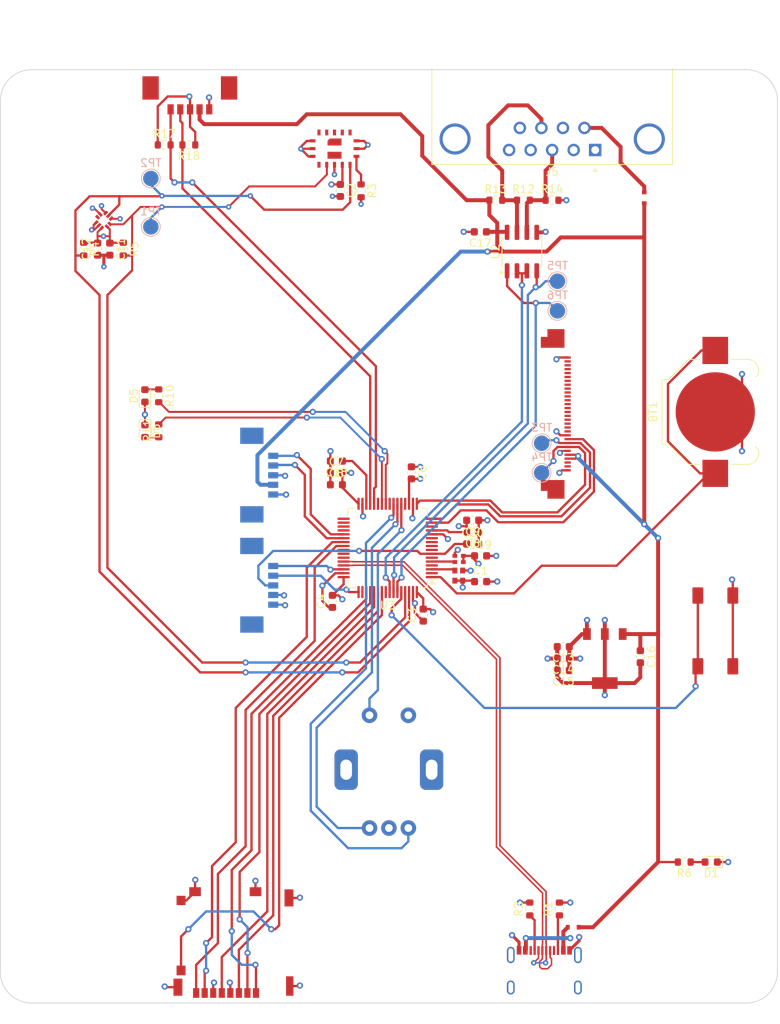
<source format=kicad_pcb>
(kicad_pcb (version 20240108) (generator "pcbnew") (generator_version "8.0")
  (layers (0 "F.Cu" signal) (1 "In1.Cu" power) (2 "In2.Cu" power) (31 "B.Cu" signal) (34 "B.Paste" user) (35 "F.Paste" user) (36 "B.SilkS" user "B.Silkscreen") (37 "F.SilkS" user "F.Silkscreen") (38 "B.Mask" user) (39 "F.Mask" user) (44 "Edge.Cuts" user))
  (net 0 "")
  (net 1 "GND")
  (net 2 "+BATT")
  (net 3 "+3V3")
  (net 4 "+5V")
  (net 5 "Net-(U3-VCAP_1)")
  (net 6 "/nRST")
  (net 7 "Net-(D1-A)")
  (net 8 "Net-(D5-A)")
  (net 9 "Net-(D6-A)")
  (net 10 "/5V_RS485")
  (net 11 "/USB_VBUS")
  (net 12 "/ENC_A")
  (net 13 "/ENC_P")
  (net 14 "/ENC_B")
  (net 16 "/SCL1")
  (net 17 "/SDA1")
  (net 21 "Net-(IC2-ADDR)")
  (net 22 "/SD_CK")
  (net 23 "/SD_D2")
  (net 24 "/SD_D0")
  (net 25 "/SD_D3")
  (net 26 "/SD_CMD")
  (net 27 "/SD_SW")
  (net 28 "/SD_D1")
  (net 31 "Net-(J2-CC2)")
  (net 32 "Net-(J2-CC1)")
  (net 33 "/TX6")
  (net 34 "/RX6")
  (net 35 "/SWDCLK")
  (net 36 "/SWDIO")
  (net 42 "/SDA2")
  (net 43 "/SCL2")
  (net 45 "/LCD_RX")
  (net 46 "/LCD_TX")
  (net 47 "/LCD_RESET")
  (net 50 "/BOOT0")
  (net 51 "/LED_1")
  (net 52 "/LED_2")
  (net 53 "/TX_485")
  (net 54 "/RX_485")
  (net 55 "/TX_485_EN")
  (net 56 "/HSE")
  (net 73 "/LSE")
  (net 75 "/RS485B")
  (net 76 "/RS485A")
  (net 80 "/USB_P")
  (net 81 "/USB_N")
  (footprint "Capacitor_SMD:C_0603_1608Metric" (layer "F.Cu") (at 160.769 53.848 180)
    (property "Reference" "C17")
    (property "Value" "100n")
  )
  (footprint "_Sensors_GRZ:BMP390" (layer "F.Cu") (at 112.291633 52.397874 -135)
    (property "Reference" "IC1")
    (property "Value" "BMP390")
  )
  (footprint "Resistor_SMD:R_0603_1608Metric" (layer "F.Cu") (at 170.942 140.907 90)
    (property "Reference" "R1")
    (property "Value" "5.1K")
  )
  (footprint "Capacitor_SMD:C_0603_1608Metric" (layer "F.Cu") (at 142.24 84.836)
    (property "Reference" "C7")
    (property "Value" "4.7u")
  )
  (footprint "_Diodes_GRZ:PMEG2010EB" (layer "F.Cu") (at 181.864 49.468 90)
    (property "Reference" "D7")
    (property "Value" "D")
  )
  (footprint "Capacitor_SMD:C_0603_1608Metric" (layer "F.Cu") (at 141.732 101.359 90)
    (property "Reference" "C4")
    (property "Value" "100n")
  )
  (footprint "_Connectors_GRZ:USB-C_HRO_C-31-M-12" (layer "F.Cu") (at 169 151)
    (property "Reference" "J2")
    (property "Value" "USB-C_12pin")
  )
  (footprint "Capacitor_SMD:C_0603_1608Metric" (layer "F.Cu") (at 171.437 108.712 180)
    (property "Reference" "C14")
    (property "Value" "10u")
  )
  (footprint "Resistor_SMD:R_0603_1608Metric" (layer "F.Cu") (at 120.079 42.672)
    (property "Reference" "R17")
    (property "Value" "4.7k")
  )
  (footprint "Resistor_SMD:R_0603_1608Metric" (layer "F.Cu") (at 119.38 74.93 -90)
    (property "Reference" "R10")
    (property "Value" "500")
  )
  (footprint "_Misc_GRZ:Osc_ASCO" (layer "F.Cu") (at 158.03 95.904 180)
    (property "Reference" "X3")
    (property "Value" "ASCO")
  )
  (footprint "Capacitor_SMD:C_0603_1608Metric" (layer "F.Cu") (at 142.24 83.312 180)
    (property "Reference" "C18")
    (property "Value" "2.2u")
  )
  (footprint "LED_SMD:LED_0603_1608Metric" (layer "F.Cu") (at 190.4745 134.874 180)
    (property "Reference" "D1")
    (property "Value" "LED")
  )
  (footprint "Battery:BatteryHolder_Keystone_3000_1x12mm" (layer "F.Cu") (at 191 77 90)
    (property "Reference" "BT1")
    (property "Value" "Battery_Cell")
  )
  (footprint "Resistor_SMD:R_0603_1608Metric" (layer "F.Cu") (at 123.253 42.672 180)
    (property "Reference" "R18")
    (property "Value" "4.7k")
  )
  (footprint "_Switches_GRZ:EC11E15244G1" (layer "F.Cu") (at 149 123)
    (property "Reference" "E1")
    (property "Value" "EC11E15244G1")
  )
  (footprint "Capacitor_SMD:C_0603_1608Metric" (layer "F.Cu") (at 142.24 86.36)
    (property "Reference" "C5")
    (property "Value" "100n")
  )
  (footprint "Resistor_SMD:R_0603_1608Metric" (layer "F.Cu") (at 119.38 79.438 90)
    (property "Reference" "R11")
    (property "Value" "500")
  )
  (footprint "LED_SMD:LED_0603_1608Metric" (layer "F.Cu") (at 117.602 74.93 90)
    (property "Reference" "D5")
    (property "Value" "LED")
  )
  (footprint "MountingHole:MountingHole_2.2mm_M2" (layer "F.Cu") (at 134 43.15)
    (property "Reference" "H5" (hide yes))
    (property "Value" "MountingHole" (hide yes))
  )
  (footprint "Capacitor_SMD:C_0603_1608Metric" (layer "F.Cu") (at 151.892 84.836 -90)
    (property "Reference" "C6")
    (property "Value" "100n")
  )
  (footprint "Capacitor_SMD:C_0603_1608Metric" (layer "F.Cu") (at 153.416 103.124 90)
    (property "Reference" "C3")
    (property "Value" "100n")
  )
  (footprint "LED_SMD:LED_0603_1608Metric" (layer "F.Cu") (at 117.602 79.4765 -90)
    (property "Reference" "D6")
    (property "Value" "LED")
  )
  (footprint "Capacitor_SMD:C_0603_1608Metric" (layer "F.Cu") (at 142.748 48.527 -90)
    (property "Reference" "C2")
    (property "Value" "100n")
  )
  (footprint "Capacitor_SMD:C_0603_1608Metric" (layer "F.Cu") (at 159.779 92.456 180)
    (property "Reference" "C8")
    (property "Value" "100n")
  )
  (footprint "_Regulators_GRZ:LM3940IMP" (layer "F.Cu") (at 176.784 108.712 -90)
    (property "Reference" "IC3")
    (property "Value" "LM3940IMP-3.3")
  )
  (footprint "Capacitor_SMD:C_0603_1608Metric" (layer "F.Cu") (at 160.795 98.819)
    (property "Reference" "C1")
    (property "Value" "100n")
  )
  (footprint "Resistor_SMD:R_0603_1608Metric" (layer "F.Cu") (at 169.989 49.784)
    (property "Reference" "R14")
    (property "Value" "390")
  )
  (footprint "Resistor_SMD:R_0603_1608Metric" (layer "F.Cu") (at 162.751 49.784)
    (property "Reference" "R13")
    (property "Value" "390")
  )
  (footprint "Capacitor_SMD:C_0603_1608Metric" (layer "F.Cu") (at 171.437 107.188 180)
    (property "Reference" "C13")
    (property "Value" "10u")
  )
  (footprint "Capacitor_SMD:C_0603_1608Metric" (layer "F.Cu") (at 113.0808 56.0708 -90)
    (property "Reference" "C11")
    (property "Value" "100n")
  )
  (footprint "_Sensors_GRZ:SDP31" (layer "F.Cu") (at 142 43.15)
    (property "Reference" "IC2")
    (property "Value" "SDP31")
  )
  (footprint "Capacitor_SMD:C_0603_1608Metric" (layer "F.Cu") (at 160.795 95.504)
    (property "Reference" "C19")
    (property "Value" "100n")
  )
  (footprint "Capacitor_SMD:C_0603_1608Metric" (layer "F.Cu") (at 159.779 93.98)
    (property "Reference" "C20")
    (property "Value" "100n")
  )
  (footprint "MountingHole:MountingHole_3.2mm_M3" (layer "F.Cu") (at 195 37)
    (property "Reference" "H2" (hide yes))
    (property "Value" "MountingHole" (hide yes))
  )
  (footprint "_Switches_GRZ:FSM2JSM" (layer "F.Cu") (at 191.008 105.156 180)
    (property "Reference" "PB1")
    (property "Value" "FSMxJSM")
  )
  (footprint "_Modules_GRZ:PIXXILCD-25P4-CTP_FPC30" (layer "F.Cu") (at 149 75)
    (property "Reference" "M2" (hide yes))
    (property "Value" "PIXXILCD-25P4-CTP_FPC30" (hide yes))
  )
  (footprint "Resistor_SMD:R_0603_1608Metric" (layer "F.Cu") (at 114.808 56.07 -90)
    (property "Reference" "R5")
    (property "Value" "4.7k")
  )
  (footprint "Capacitor_SMD:C_0603_1608Metric" (layer "F.Cu") (at 181.356 108.471 -90)
    (property "Reference" "C16")
    (property "Value" "470n")
  )
  (footprint "MountingHole:MountingHole_3.2mm_M3" (layer "F.Cu") (at 195 149)
    (property "Reference" "H4" (hide yes))
    (property "Value" "MountingHole" (hide yes))
  )
  (footprint "_Connectors_GRZ:PicoBlade_53398-0571" (layer "F.Cu") (at 123.379 36.725 180)
    (property "Reference" "J7")
    (property "Value" "CON05")
  )
  (footprint "Resistor_SMD:R_0603_1608Metric" (layer "F.Cu") (at 109.728 56.07 -90)
    (property "Reference" "R4")
    (property "Value" "4.7k")
  )
  (footprint "_Connectors_GRZ:MicroSD_503182-1852" (layer "F.Cu") (at 129.032 145.849 180)
    (property "Reference" "J1" (hide yes))
    (property "Value" "MicroSD_Connector_503182-1852" (hide yes))
  )
  (footprint "Connector_Dsub:DSUB-9_Male_Horizontal_P2.77x2.84mm_EdgePinOffset7.70mm_Housed_MountingHolesOffset9.12mm" (layer "F.Cu") (at 175.55 43.330331 180)
    (property "Reference" "J5")
    (property "Value" "DB9_Male")
  )
  (footprint "MountingHole:MountingHole_3.2mm_M3" (layer "F.Cu") (at 103 149)
    (property "Reference" "H3" (hide yes))
    (property "Value" "MountingHole" (hide yes))
  )
  (footprint "Resistor_SMD:R_0603_1608Metric" (layer "F.Cu") (at 167.132 140.907 90)
    (property "Reference" "R2")
    (property "Value" "5.1K")
  )
  (footprint "_Diodes_GRZ:PMEG2010EB" (layer "F.Cu") (at 172.72 143.256 180)
    (property "Reference" "D8")
    (property "Value" "D")
  )
  (footprint "Package_QFP:LQFP-64_10x10mm_P0.5mm" (layer "F.Cu") (at 148.844 94.488 180)
    (property "Reference" "U3")
    (property "Value" "STM32F722RETx")
  )
  (footprint "Capacitor_SMD:C_0603_1608Metric" (layer "F.Cu") (at 111.506 56.0708 90)
    (property "Reference" "C12")
    (property "Value" "100n")
  )
  (footprint "Package_SO:SOIC-8_3.9x4.9mm_P1.27mm" (layer "F.Cu") (at 166.116 56.388 90)
    (property "Reference" "U2")
    (property "Value" "MAX487E")
  )
  (footprint "Capacitor_SMD:C_0603_1608Metric" (layer "F.Cu") (at 159.779 90.932 180)
    (property "Reference" "C9")
    (property "Value" "1u")
  )
  (footprint "Capacitor_SMD:C_0603_1608Metric" (layer "F.Cu") (at 171.437 110.236 180)
    (property "Reference" "C15")
    (property "Value" "10u")
  )
  (footprint "Resistor_SMD:R_0603_1608Metric" (layer "F.Cu") (at 145.415 48.577 -90)
    (property "Reference" "R3")
    (property "Value" "0")
  )
  (footprint "MountingHole:MountingHole_2.2mm_M2" (layer "F.Cu") (at 150 43.15)
    (property "Reference" "H6" (hide yes))
    (property "Value" "MountingHole" (hide yes))
  )
  (footprint "Resistor_SMD:R_0603_1608Metric" (layer "F.Cu") (at 166.307 49.784)
    (property "Reference" "R12")
    (property "Value" "150")
  )
  (footprint "Resistor_SMD:R_0603_1608Metric" (layer "F.Cu") (at 187.007 134.874 180)
    (property "Reference" "R6")
    (property "Value" "1k")
  )
  (footprint "_Misc_GRZ:Osc_ASAK" (layer "F.Cu") (at 157.988 98.044 90)
    (property "Reference" "X2")
    (property "Value" "ASAK")
  )
  (footprint "MountingHole:MountingHole_3.2mm_M3" (layer "F.Cu") (at 103 37)
    (property "Reference" "H1" (hide yes))
    (property "Value" "MountingHole" (hide yes))
  )
  (footprint "_Connectors_GRZ:PicoBlade_53398-0571" (layer "B.Cu") (at 132.737 85.12 90)
    (property "Reference" "J3")
    (property "Value" "CON05")
  )
  (footprint "TestPoint:TestPoint_Pad_D2.0mm" (layer "B.Cu") (at 168.656 84.836 180)
    (property "Reference" "TP4")
    (property "Value" "TestPoint" (hide yes))
  )
  (footprint "TestPoint:TestPoint_Pad_D2.0mm" (layer "B.Cu") (at 118.364 46.99 180)
    (property "Reference" "TP2")
    (property "Value" "TestPoint" (hide yes))
  )
  (footprint "TestPoint:TestPoint_Pad_D2.0mm" (layer "B.Cu") (at 170.688 60.198 180)
    (property "Reference" "TP5")
    (property "Value" "TestPoint" (hide yes))
  )
  (footprint "TestPoint:TestPoint_Pad_D2.0mm" (layer "B.Cu") (at 118.364 53.213 180)
    (property "Reference" "TP1")
    (property "Value" "TestPoint" (hide yes))
  )
  (footprint "TestPoint:TestPoint_Pad_D2.0mm" (layer "B.Cu") (at 168.656 81.026 180)
    (property "Reference" "TP3")
    (property "Value" "TestPoint" (hide yes))
  )
  (footprint "_Connectors_GRZ:PicoBlade_53398-0571" (layer "B.Cu") (at 132.737 99.284 90)
    (property "Reference" "J4")
    (property "Value" "CON05")
  )
  (footprint "TestPoint:TestPoint_Pad_D2.0mm" (layer "B.Cu") (at 170.688 64.008 180)
    (property "Reference" "TP6")
    (property "Value" "TestPoint" (hide yes))
  )
  (gr_arc (start 199 149) (mid 197.828427 151.828427) (end 195 153) (stroke (width 0.1)) (layer "Edge.Cuts"))
  (gr_line (start 99 149) (end 99 37) (stroke (width 0.1)) (layer "Edge.Cuts"))
  (gr_arc (start 99 37) (mid 100.171573 34.171573) (end 103 33) (stroke (width 0.1)) (layer "Edge.Cuts"))
  (gr_line (start 103 33) (end 195 33) (stroke (width 0.1)) (layer "Edge.Cuts"))
  (gr_arc (start 103 153) (mid 100.171573 151.828427) (end 99 149) (stroke (width 0.1)) (layer "Edge.Cuts"))
  (gr_line (start 195 153) (end 103 153) (stroke (width 0.1)) (layer "Edge.Cuts"))
  (gr_line (start 199 37) (end 199 149) (stroke (width 0.1)) (layer "Edge.Cuts"))
  (gr_arc (start 195 33) (mid 197.828427 34.171573) (end 199 37) (stroke (width 0.1)) (layer "Edge.Cuts"))
  (segment (start 117.602 75.7175) (end 117.602 77.343) (width 0.254) (layer "F.Cu") (net 1))
  (segment (start 165.75 145.176) (end 164.846 144.272) (width 0.4) (layer "F.Cu") (net 1))
  (segment (start 161.57 98.819) (end 162.928 98.819) (width 0.3) (layer "F.Cu") (net 1))
  (segment (start 143.169 97.738) (end 142.082661 97.738) (width 0.3) (layer "F.Cu") (net 1))
  (segment (start 113.285117 52.1716) (end 113.25648 52.142963) (width 0.254) (layer "F.Cu") (net 1))
  (segment (start 176.784 105.562) (end 176.784 103.759) (width 0.508) (layer "F.Cu") (net 1))
  (segment (start 122.927 139.809) (end 124.052 138.684) (width 0.3) (layer "F.Cu") (net 1))
  (segment (start 131.832 138.684) (end 131.832 137.293) (width 0.3) (layer "F.Cu") (net 1))
  (segment (start 145.415 50.292) (end 145.415 49.402) (width 0.3) (layer "F.Cu") (net 1))
  (segment (start 152.094 101.35) (end 152.344 101.6) (width 0.3) (layer "F.Cu") (net 1))
  (segment (start 194.437 80.437) (end 194.437 82.042) (width 0.3) (layer "F.Cu") (net 1))
  (segment (start 170.662 108.712) (end 169.418 108.712) (width 0.508) (layer "F.Cu") (net 1))
  (segment (start 124.052 137.187) (end 124.079 137.16) (width 0.3) (layer "F.Cu") (net 1))
  (segment (start 160.554 90.932) (end 161.671 90.932) (width 0.3) (layer "F.Cu") (net 1))
  (segment (start 160.554 92.456) (end 160.554 90.932) (width 0.3) (layer "F.Cu") (net 1))
  (segment (start 171.273 84.505) (end 170.942 84.836) (width 0.3) (layer "F.Cu") (net 1))
  (segment (start 136.137 139.479) (end 137.508 139.479) (width 0.3) (layer "F.Cu") (net 1))
  (segment (start 114.4016 52.1716) (end 113.285117 52.1716) (width 0.254) (layer "F.Cu") (net 1))
  (segment (start 172 80.005) (end 171.064 80.005) (width 0.3) (layer "F.Cu") (net 1))
  (segment (start 157.48 95.111) (end 157.861 94.73) (width 0.3) (layer "F.Cu") (net 1))
  (segment (start 141.732 49.276) (end 142.722 49.276) (width 0.3) (layer "F.Cu") (net 1))
  (segment (start 142.722 49.276) (end 142.748 49.302) (width 0.3) (layer "F.Cu") (net 1))
  (segment (start 191.262 134.874) (end 192.659 134.874) (width 0.3) (layer "F.Cu") (net 1))
  (segment (start 112.3188 58.3184) (end 112.3188 56.8458) (width 0.4) (layer "F.Cu") (net 1))
  (segment (start 172 82.005) (end 171.269592 82.005) (width 0.254) (layer "F.Cu") (net 1))
  (segment (start 111.3282 52.6542) (end 111.0234 52.959) (width 0.254) (layer "F.Cu") (net 1))
  (segment (start 145.796 42.164) (end 146.304 42.672) (width 0.3) (layer "F.Cu") (net 1))
  (segment (start 157.48 95.504) (end 157.48 95.111) (width 0.3) (layer "F.Cu") (net 1))
  (segment (start 161.57 95.504) (end 162.814 95.504) (width 0.3) (layer "F.Cu") (net 1))
  (segment (start 159.994 53.848) (end 158.623 53.848) (width 0.3) (layer "F.Cu") (net 1))
  (segment (start 112.014 50.900481) (end 112.546545 51.433026) (width 0.254) (layer "F.Cu") (net 1))
  (segment (start 111.0234 52.959) (end 110.998 52.959) (width 0.254) (layer "F.Cu") (net 1))
  (segment (start 141.465 83.312) (end 141.465 82.055) (width 0.3) (layer "F.Cu") (net 1))
  (segment (start 171.425 111.862) (end 170.662 111.099) (width 0.508) (layer "F.Cu") (net 1))
  (segment (start 136.237 150.809) (end 137.481 150.809) (width 0.3) (layer "F.Cu") (net 1))
  (segment (start 170.814 49.784) (end 171.831 49.784) (width 0.3) (layer "F.Cu") (net 1))
  (segment (start 139.192 44.164) (end 138.652 44.164) (width 0.3) (layer "F.Cu") (net 1))
  (segment (start 145.812 43.164) (end 146.304 42.672) (width 0.3) (layer "F.Cu") (net 1))
  (segment (start 173.482 144.993) (end 173.482 144.526) (width 0.4) (layer "F.Cu") (net 1))
  (segment (start 140.48433 99.336331) (end 140.439669 99.336331) (width 0.3) (layer "F.Cu") (net 1))
  (segment (start 171.269592 82.005) (end 171.006296 82.268296) (width 0.254) (layer "F.Cu") (net 1))
  (segment (start 152.094 100.163) (end 152.094 101.35) (width 0.3) (layer "F.Cu") (net 1))
  (segment (start 111.092678 53.594) (end 111.680339 53.006339) (width 0.254) (layer "F.Cu") (net 1))
  (segment (start 121.847 150.959) (end 120.225 150.959) (width 0.3) (layer "F.Cu") (net 1))
  (segment (start 176.784 111.862) (end 176.784 113.411) (width 0.508) (layer "F.Cu") (net 1))
  (segment (start 112.3188 56.8458) (end 113.0808 56.8458) (width 0.4) (layer "F.Cu") (net 1))
  (segment (start 152.094 90.603) (end 152.019 90.678) (width 0.3) (layer "F.Cu") (net 1))
  (segment (start 126.392 150.468) (end 126.492 150.368) (width 0.3) (layer "F.Cu") (net 1))
  (segment (start 122.252 139.809) (end 122.927 139.809) (width 0.3) (layer "F.Cu") (net 1))
  (segment (start 111.506 56.8458) (end 112.3188 56.8458) (width 0.4) (layer "F.Cu") (net 1))
  (segment (start 172 70.005) (end 170.787 70.005) (width 0.3) (layer "F.Cu") (net 1))
  (segment (start 172.338 140.082) (end 172.339 140.081) (width 0.3) (layer "F.Cu") (net 1))
  (segment (start 141.465 82.055) (end 141.478 82.042) (width 0.3) (layer "F.Cu") (net 1))
  (segment (start 137.508 139.479) (end 137.541 139.446) (width 0.3) (layer "F.Cu") (net 1))
  (segment (start 141.465 84.836) (end 141.465 83.312) (width 0.3) (layer "F.Cu") (net 1))
  (segment (start 152.094 88.813) (end 152.094 90.603) (width 0.3) (layer "F.Cu") (net 1))
  (segment (start 170.662 110.236) (end 170.662 108.712) (width 0.508) (layer "F.Cu") (net 1))
  (segment (start 180.619 111.862) (end 181.356 111.125) (width 0.508) (layer "F.Cu") (net 1))
  (segment (start 141.25 102.134) (end 140.439669 101.323669) (width 0.3) (layer "F.Cu") (net 1))
  (segment (start 125.879 36.598) (end 125.857 36.576) (width 0.3) (layer "F.Cu") (net 1))
  (segment (start 139.192 42.164) (end 138.43 42.164) (width 0.3) (layer "F.Cu") (net 1))
  (segment (start 172.25 146.225) (end 173.482 144.993) (width 0.4) (layer "F.Cu") (net 1))
  (segment (start 140.439669 101.323669) (end 140.439669 99.336331) (width 0.3) (layer "F.Cu") (net 1))
  (segment (start 168.021 53.913) (end 169.099 53.913) (width 0.508) (layer "F.Cu") (net 1))
  (segment (start 120.225 150.959) (end 120.142 150.876) (width 0.3) (layer "F.Cu") (net 1))
  (segment (start 110.998 52.959) (end 110.998 53.34) (width 0.254) (layer "F.Cu") (net 1))
  (segment (start 167.132 140.082) (end 165.863 140.082) (width 0.3) (layer "F.Cu") (net 1))
  (segment (start 145.594 88.813) (end 145.594 90.349) (width 0.3) (layer "F.Cu") (net 1))
  (segment (start 151.892 84.061) (end 153.022 84.061) (width 0.254) (layer "F.Cu") (net 1))
  (segment (start 159.497 97.394) (end 159.512 97.409) (width 0.3) (layer "F.Cu") (net 1))
  (segment (start 138.43 42.164) (end 137.668 42.926) (width 0.3) (layer "F.Cu") (net 1))
  (segment (start 153.022 84.061) (end 153.035 84.074) (width 0.254) (layer "F.Cu") (net 1))
  (segment (start 170.942 140.082) (end 172.338 140.082) (width 0.3) (layer "F.Cu") (net 1))
  (segment (start 117.602 78.689) (end 117.602 77.343) (width 0.254) (layer "F.Cu") (net 1))
  (segment (start 126.392 151.709) (end 126.392 150.468) (width 0.3) (layer "F.Cu") (net 1))
  (segment (start 172 84.505) (end 171.273 84.505) (width 0.3) (layer "F.Cu") (net 1))
  (segment (start 158.488 97.394) (end 159.497 97.394) (width 0.3) (layer "F.Cu") (net 1))
  (segment (start 170.787 70.005) (end 170.561 70.231) (width 0.3) (layer "F.Cu") (net 1))
  (segment (start 110.744 53.594) (end 111.092678 53.594) (width 0.254) (layer "F.Cu") (net 1))
  (segment (start 155.984 92.738) (end 156.591 93.345) (width 0.3) (layer "F.Cu") (net 1))
  (segment (start 165.75 146.225) (end 165.75 145.176) (width 0.4) (layer "F.Cu") (net 1))
  (segment (start 141.986 45.27) (end 142.017 45.239) (width 0.3) (layer "F.Cu") (net 1))
  (segment (start 139.192 43.164) (end 137.684 43.164) (width 0.3) (layer "F.Cu") (net 1))
  (segment (start 170.662 108.712) (end 170.662 107.188) (width 0.508) (layer "F.Cu") (net 1))
  (segment (start 194.437 73.563) (end 194.437 72.136) (width 0.3) (layer "F.Cu") (net 1))
  (segment (start 137.481 150.809) (end 137.541 150.749) (width 0.3) (layer "F.Cu") (net 1))
  (segment (start 191 77) (end 194.437 80.437) (width 0.3) (layer "F.Cu") (net 1))
  (segment (start 176.784 111.862) (end 171.425 111.862) (width 0.508) (layer "F.Cu") (net 1))
  (segment (start 160.554 92.456) (end 160.554 93.98) (width 0.3) (layer "F.Cu") (net 1))
  (segment (start 162.928 98.819) (end 162.941 98.806) (width 0.3) (layer "F.Cu") (net 1))
  (segment (start 112.014 50.4952) (end 112.014 50.900481) (width 0.254) (layer "F.Cu") (net 1))
  (segment (start 131.832 137.293) (end 131.826 137.287) (width 0.3) (layer "F.Cu") (net 1))
  (segment (start 124.052 138.684) (end 124.052 137.187) (width 0.3) (layer "F.Cu") (net 1))
  (segment (start 125.879 38.1) (end 125.879 36.598) (width 0.3) (layer "F.Cu") (net 1))
  (segment (start 144.842 42.164) (end 145.796 42.164) (width 0.3) (layer "F.Cu") (net 1))
  (segment (start 176.784 111.862) (end 180.619 111.862) (width 0.508) (layer "F.Cu") (net 1))
  (segment (start 142.082661 97.738) (end 140.48433 99.336331) (width 0.3) (layer "F.Cu") (net 1))
  (segment (start 137.668 43.18) (end 138.652 44.164) (width 0.3) (layer "F.Cu") (net 1))
  (segment (start 141.732 102.134) (end 141.25 102.134) (width 0.3) (layer "F.Cu") (net 1))
  (segment (start 170.662 111.099) (end 170.662 110.236) (width 0.508) (layer "F.Cu") (net 1))
  (segment (start 144.842 43.164) (end 145.812 43.164) (width 0.3) (layer "F.Cu") (net 1))
  (segment (start 169.099 53.913) (end 169.164 53.848) (width 0.508) (layer "F.Cu") (net 1))
  (segment (start 154.519 92.738) (end 155.984 92.738) (width 0.3) (layer "F.Cu") (net 1))
  (segment (start 191 77) (end 194.437 73.563) (width 0.3) (layer "F.Cu") (net 1))
  (segment (start 181.356 111.125) (end 181.356 109.246) (width 0.508) (layer "F.Cu") (net 1))
  (segment (start 110.998 53.34) (end 110.744 53.594) (width 0.254) (layer "F.Cu") (net 1))
  (segment (start 137.684 43.164) (end 137.668 43.18) (width 0.3) (layer "F.Cu") (net 1))
  (segment (start 145.594 90.349) (end 145.669 90.424) (width 0.3) (layer "F.Cu") (net 1))
  (segment (start 137.668 42.926) (end 137.668 43.18) (width 0.3) (layer "F.Cu") (net 1))
  (segment (start 141.986 46.482) (end 141.986 45.27) (width 0.3) (layer "F.Cu") (net 1))
  (segment (start 152.344 102.827) (end 152.344 101.6) (width 0.3) (layer "F.Cu") (net 1))
  (segment (start 176.784 111.862) (end 176.784 105.562) (width 0.508) (layer "F.Cu") (net 1))
  (segment (start 153.416 103.899) (end 152.344 102.827) (width 0.3) (layer "F.Cu") (net 1))
  (segment (start 165.863 140.082) (end 165.862 140.081) (width 0.3) (layer "F.Cu") (net 1))
  (segment (start 141.465 86.36) (end 141.465 84.836) (width 0.3) (layer "F.Cu") (net 1))
  (segment (start 171.064 80.005) (end 170.561 79.502) (width 0.3) (layer "F.Cu") (net 1))
  (via (at 126.492 150.368) (size 0.8) (drill 0.4) (layers "F.Cu" "B.Cu") (net 1))
  (via (at 194.437 72.136) (size 0.8) (drill 0.4) (layers "F.Cu" "B.Cu") (net 1))
  (via (at 169.418 108.712) (size 0.8) (drill 0.4) (layers "F.Cu" "B.Cu") (net 1))
  (via (at 176.784 103.759) (size 0.8) (drill 0.4) (layers "F.Cu" "B.Cu") (net 1))
  (via (at 152.019 90.678) (size 0.8) (drill 0.4) (layers "F.Cu" "B.Cu") (net 1))
  (via (at 125.857 36.576) (size 0.8) (drill 0.4) (layers "F.Cu" "B.Cu") (net 1))
  (via (at 171.831 49.784) (size 0.8) (drill 0.4) (layers "F.Cu" "B.Cu") (net 1))
  (via (at 137.541 139.446) (size 0.8) (drill 0.4) (layers "F.Cu" "B.Cu") (net 1))
  (via (at 170.561 70.231) (size 0.8) (drill 0.4) (layers "F.Cu" "B.Cu") (net 1))
  (via (at 117.602 77.343) (size 0.8) (drill 0.4) (layers "F.Cu" "B.Cu") (net 1))
  (via (at 158.623 53.848) (size 0.8) (drill 0.4) (layers "F.Cu" "B.Cu") (net 1))
  (via (at 137.668 43.18) (size 0.7) (drill 0.3) (layers "F.Cu" "B.Cu") (net 1))
  (via (at 112.014 50.4952) (size 0.7) (drill 0.3) (layers "F.Cu" "B.Cu") (net 1))
  (via (at 162.814 95.504) (size 0.8) (drill 0.4) (layers "F.Cu" "B.Cu") (net 1))
  (via (at 131.826 137.287) (size 0.8) (drill 0.4) (layers "F.Cu" "B.Cu") (net 1))
  (via (at 110.744 53.594) (size 0.7) (drill 0.3) (layers "F.Cu" "B.Cu") (net 1))
  (via (at 164.846 144.272) (size 0.8) (drill 0.4) (layers "F.Cu" "B.Cu") (net 1))
  (via (at 145.669 90.424) (size 0.8) (drill 0.4) (layers "F.Cu" "B.Cu") (net 1))
  (via (at 171.006296 82.268296) (size 0.8) (drill 0.4) (layers "F.Cu" "B.Cu") (net 1))
  (via (at 141.986 46.482) (size 0.7) (drill 0.3) (layers "F.Cu" "B.Cu") (net 1))
  (via (at 156.591 93.345) (size 0.8) (drill 0.4) (layers "F.Cu" "B.Cu") (net 1))
  (via (at 165.862 140.081) (size 0.8) (drill 0.4) (layers "F.Cu" "B.Cu") (net 1))
  (via (at 114.4016 52.1716) (size 0.7) (drill 0.3) (layers "F.Cu" "B.Cu") (net 1))
  (via (at 157.861 94.73) (size 0.8) (drill 0.4) (layers "F.Cu" "B.Cu") (net 1))
  (via (at 159.512 97.409) (size 0.8) (drill 0.4) (layers "F.Cu" "B.Cu") (net 1))
  (via (at 170.561 79.502) (size 0.8) (drill 0.4) (layers "F.Cu" "B.Cu") (net 1))
  (via (at 124.079 137.16) (size 0.8) (drill 0.4) (layers "F.Cu" "B.Cu") (net 1))
  (via (at 162.941 98.806) (size 0.8) (drill 0.4) (layers "F.Cu" "B.Cu") (net 1))
  (via (at 176.784 113.411) (size 0.8) (drill 0.4) (layers "F.Cu" "B.Cu") (net 1))
  (via (at 135.636 101.854) (size 0.8) (drill 0.4) (layers "F.Cu" "B.Cu") (net 1))
  (via (at 146.304 42.672) (size 0.7) (drill 0.3) (layers "F.Cu" "B.Cu") (net 1))
  (via (at 112.3188 58.3184) (size 0.7) (drill 0.3) (layers "F.Cu" "B.Cu") (net 1))
  (via (at 135.763 87.63) (size 0.8) (drill 0.4) (layers "F.Cu" "B.Cu") (net 1))
  (via (at 120.142 150.876) (size 0.8) (drill 0.4) (layers "F.Cu" "B.Cu") (net 1))
  (via (at 173.482 144.526) (size 0.8) (drill 0.4) (layers "F.Cu" "B.Cu") (net 1))
  (via (at 170.942 84.836) (size 0.8) (drill 0.4) (layers "F.Cu" "B.Cu") (net 1))
  (via (at 192.659 134.874) (size 0.8) (drill 0.4) (layers "F.Cu" "B.Cu") (net 1))
  (via (at 141.478 82.042) (size 0.8) (drill 0.4) (layers "F.Cu" "B.Cu") (net 1))
  (via (at 161.671 90.932) (size 0.8) (drill 0.4) (layers "F.Cu" "B.Cu") (net 1))
  (via (at 152.344 101.6) (size 0.8) (drill 0.4) (layers "F.Cu" "B.Cu") (net 1))
  (via (at 140.439669 99.336331) (size 0.8) (drill 0.4) (layers "F.Cu" "B.Cu") (net 1))
  (via (at 194.437 82.042) (size 0.8) (drill 0.4) (layers "F.Cu" "B.Cu") (net 1))
  (via (at 153.035 84.074) (size 0.8) (drill 0.4) (layers "F.Cu" "B.Cu") (net 1))
  (via (at 137.541 150.749) (size 0.8) (drill 0.4) (layers "F.Cu" "B.Cu") (net 1))
  (via (at 169.164 53.848) (size 0.8) (drill 0.4) (layers "F.Cu" "B.Cu") (net 1))
  (via (at 141.732 49.276) (size 0.7) (drill 0.3) (layers "F.Cu" "B.Cu") (net 1))
  (via (at 172.339 140.081) (size 0.8) (drill 0.4) (layers "F.Cu" "B.Cu") (net 1))
  (via (at 145.415 50.292) (size 0.7) (drill 0.3) (layers "F.Cu" "B.Cu") (net 1))
  (segment (start 134.112 87.62) (end 135.753 87.62) (width 0.3) (layer "B.Cu") (net 1))
  (segment (start 135.566 101.784) (end 135.636 101.854) (width 0.3) (layer "B.Cu") (net 1))
  (segment (start 134.112 101.784) (end 135.566 101.784) (width 0.3) (layer "B.Cu") (net 1))
  (segment (start 135.753 87.62) (end 135.763 87.63) (width 0.3) (layer "B.Cu") (net 1))
  (segment (start 189.04 84.9) (end 184.912 80.772) (width 0.3) (layer "F.Cu") (net 2))
  (segment (start 189.218 69.1) (end 191 69.1) (width 0.3) (layer "F.Cu") (net 2))
  (segment (start 178.308 96.774) (end 190.182 84.9) (width 0.3) (layer "F.Cu") (net 2))
  (segment (start 184.912 73.406) (end 189.218 69.1) (width 0.3) (layer "F.Cu") (net 2))
  (segment (start 184.912 80.772) (end 184.912 73.406) (width 0.3) (layer "F.Cu") (net 2))
  (segment (start 190.182 84.9) (end 191 84.9) (width 0.3) (layer "F.Cu") (net 2))
  (segment (start 165.1 100.33) (end 168.656 96.774) (width 0.3) (layer "F.Cu") (net 2))
  (segment (start 168.656 96.774) (end 178.308 96.774) (width 0.3) (layer "F.Cu") (net 2))
  (segment (start 154.519 98.238) (end 155.642 98.238) (width 0.3) (layer "F.Cu") (net 2))
  (segment (start 155.642 98.238) (end 157.734 100.33) (width 0.3) (layer "F.Cu") (net 2))
  (segment (start 157.734 100.33) (end 165.1 100.33) (width 0.3) (layer "F.Cu") (net 2))
  (segment (start 191 84.9) (end 189.04 84.9) (width 0.3) (layer "F.Cu") (net 2))
  (segment (start 142.494 100.584) (end 143.002 101.092) (width 0.3) (layer "F.Cu") (net 3))
  (segment (start 157.488 98.694) (end 158.488 98.694) (width 0.3) (layer "F.Cu") (net 3))
  (segment (start 173.838 105.562) (end 172.212 107.188) (width 0.508) (layer "F.Cu") (net 3))
  (segment (start 113.1316 55.245) (end 113.0808 55.2958) (width 0.3) (layer "F.Cu") (net 3))
  (segment (start 174.484 105.562) (end 174.484 103.773) (width 0.508) (layer "F.Cu") (net 3))
  (segment (start 172.212 110.236) (end 172.212 108.712) (width 0.508) (layer "F.Cu") (net 3))
  (segment (start 159.004 92.456) (end 156.718 92.456) (width 0.3) (layer "F.Cu") (net 3))
  (segment (start 109.728 55.245) (end 111.4552 55.245) (width 0.3) (layer "F.Cu") (net 3))
  (segment (start 142.748 47.752) (end 141.605 47.752) (width 0.3) (layer "F.Cu") (net 3))
  (segment (start 193.258 98.643) (end 193.167 98.552) (width 0.3) (layer "F.Cu") (net 3))
  (segment (start 143.169 99.147) (end 141.732 100.584) (width 0.3) (layer "F.Cu") (net 3))
  (segment (start 153.416 100.985) (end 152.594 100.163) (width 0.3) (layer "F.Cu") (net 3))
  (segment (start 112.268 54.4068) (end 113.0808 54.4068) (width 0.254) (layer "F.Cu") (net 3))
  (segment (start 158.488 98.694) (end 159.895 98.694) (width 0.3) (layer "F.Cu") (net 3))
  (segment (start 172.212 108.712) (end 172.212 107.188) (width 0.508) (layer "F.Cu") (net 3))
  (segment (start 159.004 91.694) (end 159.004 92.456) (width 0.3) (layer "F.Cu") (net 3))
  (segment (start 119.254 37.718) (end 119.254 42.672) (width 0.3) (layer "F.Cu") (net 3))
  (segment (start 143.015 84.836) (end 144.145 84.836) (width 0.3) (layer "F.Cu") (net 3))
  (segment (start 174.484 105.562) (end 173.838 105.562) (width 0.508) (layer "F.Cu") (net 3))
  (segment (start 111.4552 55.245) (end 111.506 55.2958) (width 0.3) (layer "F.Cu") (net 3))
  (segment (start 156.718 92.456) (end 156.5 92.238) (width 0.3) (layer "F.Cu") (net 3))
  (segment (start 158.58 95.504) (end 160.02 95.504) (width 0.3) (layer "F.Cu") (net 3))
  (segment (start 123.317 36.449) (end 120.523 36.449) (width 0.3) (layer "F.Cu") (net 3))
  (segment (start 113.0808 54.4068) (end 113.0808 53.543424) (width 0.254) (layer "F.Cu") (net 3))
  (segment (start 174.484 103.773) (end 174.498 103.759) (width 0.508) (layer "F.Cu") (net 3))
  (segment (start 123.404 38.1) (end 123.404 36.536) (width 0.3) (layer "F.Cu") (net 3))
  (segment (start 128.592 150.436) (end 128.524 150.368) (width 0.3) (layer "F.Cu") (net 3))
  (segment (start 143.015 86.36) (end 143.015 84.836) (width 0.3) (layer "F.Cu") (net 3))
  (segment (start 143.017 47.483) (end 142.748 47.752) (width 0.3) (layer "F.Cu") (net 3))
  (segment (start 159.004 91.694) (end 157.988 91.694) (width 0.3) (layer "F.Cu") (net 3))
  (segment (start 123.404 36.536) (end 123.317 36.449) (width 0.3) (layer "F.Cu") (net 3))
  (segment (start 124.078 42.672) (end 124.078 41.02) (width 0.3) (layer "F.Cu") (net 3))
  (segment (start 111.506 55.2958) (end 111.506 54.4068) (width 0.254) (layer "F.Cu") (net 3))
  (segment (start 151.892 85.611) (end 151.594 85.909) (width 0.3) (layer "F.Cu") (net 3))
  (segment (start 160.02 95.504) (end 160.02 96.012) (width 0.3) (layer "F.Cu") (net 3))
  (segment (start 193.258 100.606) (end 193.258 109.706) (width 0.3) (layer "F.Cu") (net 3))
  (segment (start 111.506 54.4068) (end 111.506 53.893443) (width 0.254) (layer "F.Cu") (net 3))
  (segment (start 156.5 92.238) (end 154.519 92.238) (width 0.3) (layer "F.Cu") (net 3))
  (segment (start 123.404 40.346) (end 123.404 38.1) (width 0.3) (layer "F.Cu") (net 3))
  (segment (start 143.169 98.238) (end 143.169 99.147) (width 0.3) (layer "F.Cu") (net 3))
  (segment (start 113.0808 55.2958) (end 113.0808 54.4068) (width 0.254) (layer "F.Cu") (net 3))
  (segment (start 112.268 54.4068) (end 111.506 54.4068) (width 0.254) (layer "F.Cu") (net 3))
  (segment (start 154.292 102.349) (end 154.686 102.743) (width 0.3) (layer "F.Cu") (net 3))
  (segment (start 111.506 53.893443) (end 112.036721 53.362722) (width 0.254) (layer "F.Cu") (net 3))
  (segment (start 159.004 90.932) (end 159.004 91.694) (width 0.3) (layer "F.Cu") (net 3))
  (segment (start 153.022 85.611) (end 153.035 85.598) (width 0.3) (layer "F.Cu") (net 3))
  (segment (start 114.808 55.245) (end 113.1316 55.245) (width 0.3) (layer "F.Cu") (net 3))
  (segment (start 145.094 88.813) (end 143.015 86.734) (width 0.3) (layer "F.Cu") (net 3))
  (segment (start 158.58 96.304) (end 158.58 95.504) (width 0.3) (layer "F.Cu") (net 3))
  (segment (start 143.017 45.239) (end 143.017 47.483) (width 0.3) (layer "F.Cu") (net 3))
  (segment (start 151.594 85.909) (end 151.594 88.813) (width 0.3) (layer "F.Cu") (net 3))
  (segment (start 128.592 151.709) (end 128.592 150.436) (width 0.3) (layer "F.Cu") (net 3))
  (segment (start 172.212 108.712) (end 173.609 108.712) (width 0.508) (layer "F.Cu") (net 3))
  (segment (start 113.0808 53.543424) (end 112.723321 53.185945) (width 0.254) (layer "F.Cu") (net 3))
  (segment (start 193.258 100.606) (end 193.258 98.643) (width 0.3) (layer "F.Cu") (net 3))
  (segment (start 120.523 36.449) (end 119.254 37.718) (width 0.3) (layer "F.Cu") (net 3))
  (segment (start 153.416 102.349) (end 153.416 100.985) (width 0.3) (layer "F.Cu") (net 3))
  (segment (start 153.416 102.349) (end 154.292 102.349) (width 0.3) (layer "F.Cu") (net 3))
  (segment (start 158.488 98.694) (end 158.488 99.56) (width 0.3) (layer "F.Cu") (net 3))
  (segment (start 141.732 100.584) (end 142.494 100.584) (width 0.3) (layer "F.Cu") (net 3))
  (segment (start 111.050142 50.8) (end 111.859945 51.609803) (width 0.254) (layer "F.Cu") (net 3))
  (segment (start 158.488 99.56) (end 158.496 99.568) (width 0.3) (layer "F.Cu") (net 3))
  (segment (start 160.02 96.012) (end 160.528 96.52) (width 0.3) (layer "F.Cu") (net 3))
  (segment (start 159.895 98.694) (end 160.02 98.819) (width 0.3) (layer "F.Cu") (net 3))
  (segment (start 151.892 85.611) (end 153.022 85.611) (width 0.3) (layer "F.Cu") (net 3))
  (segment (start 110.8456 50.8) (end 111.050142 50.8) (width 0.254) (layer "F.Cu") (net 3))
  (segment (start 124.078 41.02) (end 123.404 40.346) (width 0.3) (layer "F.Cu") (net 3))
  (segment (start 143.015 86.734) (end 143.015 86.36) (width 0.3) (layer "F.Cu") (net 3))
  (via (at 135.636 85.217) (size 0.8) (drill 0.4) (layers "F.Cu" "B.Cu") (net 3))
  (via (at 110.8456 50.8) (size 0.7) (drill 0.3) (layers "F.Cu" "B.Cu") (net 3))
  (via (at 158.496 99.568) (size 0.8) (drill 0.4) (layers "F.Cu" "B.Cu") (net 3))
  (via (at 112.268 54.4068) (size 0.7) (drill 0.3) (layers "F.Cu" "B.Cu") (net 3))
  (via (at 160.528 96.52) (size 0.8) (drill 0.4) (layers "F.Cu" "B.Cu") (net 3))
  (via (at 143.002 101.092) (size 0.8) (drill 0.4) (layers "F.Cu" "B.Cu") (net 3))
  (via (at 157.988 91.694) (size 0.8) (drill 0.4) (layers "F.Cu" "B.Cu") (net 3))
  (via (at 123.317 36.449) (size 0.8) (drill 0.4) (layers "F.Cu" "B.Cu") (net 3))
  (via (at 174.498 103.759) (size 0.8) (drill 0.4) (layers "F.Cu" "B.Cu") (net 3))
  (via (at 135.509 100.584) (size 0.8) (drill 0.4) (layers "F.Cu" "B.Cu") (net 3))
  (via (at 153.035 85.598) (size 0.8) (drill 0.4) (layers "F.Cu" "B.Cu") (net 3))
  (via (at 173.609 108.712) (size 0.8) (drill 0.4) (layers "F.Cu" "B.Cu") (net 3))
  (via (at 193.167 98.552) (size 0.8) (drill 0.4) (layers "F.Cu" "B.Cu") (net 3))
  (via (at 154.686 102.743) (size 0.8) (drill 0.4) (layers "F.Cu" "B.Cu") (net 3))
  (via (at 141.605 47.752) (size 0.8) (drill 0.4) (layers "F.Cu" "B.Cu") (net 3))
  (via (at 128.524 150.368) (size 0.8) (drill 0.4) (layers "F.Cu" "B.Cu") (net 3))
  (via (at 144.145 84.836) (size 0.8) (drill 0.4) (layers "F.Cu" "B.Cu") (net 3))
  (segment (start 135.564 85.145) (end 135.636 85.217) (width 0.3) (layer "B.Cu") (net 3))
  (segment (start 134.112 100.534) (end 135.459 100.534) (width 0.3) (layer "B.Cu") (net 3))
  (segment (start 135.459 100.534) (end 135.509 100.584) (width 0.3) (layer "B.Cu") (net 3))
  (segment (start 134.112 85.145) (end 135.564 85.145) (width 0.3) (layer "B.Cu") (net 3))
  (segment (start 124.629 39.412) (end 125.222 40.005) (width 0.508) (layer "F.Cu") (net 4))
  (segment (start 153.289 41.529) (end 153.289 44.069) (width 0.508) (layer "F.Cu") (net 4))
  (segment (start 186.182 134.874) (end 183.642 134.874) (width 0.3) (layer "F.Cu") (net 4))
  (segment (start 159.004 49.784) (end 161.926 49.784) (width 0.508) (layer "F.Cu") (net 4))
  (segment (start 175.26 143.256) (end 173.42 143.256) (width 0.508) (layer "F.Cu") (net 4))
  (segment (start 162.941 55.626) (end 163.703 56.388) (width 0.508) (layer "F.Cu") (net 4))
  (segment (start 181.356 105.562) (end 183.54 105.562) (width 0.508) (layer "F.Cu") (net 4))
  (segment (start 181.356 107.696) (end 181.356 105.562) (width 0.508) (layer "F.Cu") (net 4))
  (segment (start 161.544 53.848) (end 162.941 53.848) (width 0.508) (layer "F.Cu") (net 4))
  (segment (start 172 83.005) (end 173.027 83.005) (width 0.3) (layer "F.Cu") (net 4))
  (segment (start 181.864 50.168) (end 181.864 54.483) (width 0.508) (layer "F.Cu") (net 4))
  (segment (start 161.671 56.388) (end 163.703 56.388) (width 0.508) (layer "F.Cu") (net 4))
  (segment (start 181.781 54.566) (end 181.864 54.483) (width 0.508) (layer "F.Cu") (net 4))
  (segment (start 181.864 54.483) (end 181.864 91.44) (width 0.508) (layer "F.Cu") (net 4))
  (segment (start 162.941 52.705) (end 162.941 53.848) (width 0.508) (layer "F.Cu") (net 4))
  (segment (start 138.43 38.735) (end 150.495 38.735) (width 0.508) (layer "F.Cu") (net 4))
  (segment (start 183.54 105.562) (end 183.642 105.664) (width 0.508) (layer "F.Cu") (net 4))
  (segment (start 173.183 82.505) (end 173.355 82.677) (width 0.3) (layer "F.Cu") (net 4))
  (segment (start 169.291 56.388) (end 171.113 54.566) (width 0.508) (layer "F.Cu") (net 4))
  (segment (start 183.642 105.664) (end 183.642 134.874) (width 0.508) (layer "F.Cu") (net 4))
  (segment (start 172 82.505) (end 173.183 82.505) (width 0.3) (layer "F.Cu") (net 4))
  (segment (start 162.941 53.848) (end 162.941 55.626) (width 0.508) (layer "F.Cu") (net 4))
  (segment (start 125.222 40.005) (end 137.16 40.005) (width 0.508) (layer "F.Cu") (net 4))
  (segment (start 153.289 44.069) (end 159.004 49.784) (width 0.508) (layer "F.Cu") (net 4))
  (segment (start 161.926 51.69) (end 162.941 52.705) (width 0.508) (layer "F.Cu") (net 4))
  (segment (start 171.113 54.566) (end 181.781 54.566) (width 0.508) (layer "F.Cu") (net 4))
  (segment (start 163.703 56.388) (end 169.291 56.388) (width 0.508) (layer "F.Cu") (net 4))
  (segment (start 150.495 38.735) (end 153.289 41.529) (width 0.508) (layer "F.Cu") (net 4))
  (segment (start 179.084 105.562) (end 181.356 105.562) (width 0.508) (layer "F.Cu") (net 4))
  (segment (start 183.642 93.218) (end 183.642 105.664) (width 0.508) (layer "F.Cu") (net 4))
  (segment (start 161.926 49.784) (end 161.926 51.69) (width 0.508) (layer "F.Cu") (net 4))
  (segment (start 173.027 83.005) (end 173.355 82.677) (width 0.3) (layer "F.Cu") (net 4))
  (segment (start 183.642 134.874) (end 175.26 143.256) (width 0.508) (layer "F.Cu") (net 4))
  (segment (start 137.16 40.005) (end 138.43 38.735) (width 0.508) (layer "F.Cu") (net 4))
  (segment (start 164.146 53.848) (end 164.211 53.913) (width 0.508) (layer "F.Cu") (net 4))
  (segment (start 162.941 53.848) (end 164.146 53.848) (width 0.508) (layer "F.Cu") (net 4))
  (segment (start 124.629 38.1) (end 124.629 39.412) (width 0.508) (layer "F.Cu") (net 4))
  (via (at 183.642 93.218) (size 0.8) (drill 0.4) (layers "F.Cu" "B.Cu") (net 4))
  (via (at 181.864 91.44) (size 0.8) (drill 0.4) (layers "F.Cu" "B.Cu") (net 4))
  (via (at 161.671 56.388) (size 0.8) (drill 0.4) (layers "F.Cu" "B.Cu") (net 4))
  (via (at 173.355 82.677) (size 0.8) (drill 0.4) (layers "F.Cu" "B.Cu") (net 4))
  (segment (start 158.242 56.388) (end 161.671 56.388) (width 0.508) (layer "B.Cu") (net 4))
  (segment (start 173.355 82.931) (end 173.355 82.677) (width 0.508) (layer "B.Cu") (net 4))
  (segment (start 181.864 91.44) (end 183.642 93.218) (width 0.508) (layer "B.Cu") (net 4))
  (segment (start 181.864 91.44) (end 173.355 82.931) (width 0.508) (layer "B.Cu") (net 4))
  (segment (start 132.471 86.37) (end 132.08 85.979) (width 0.508) (layer "B.Cu") (net 4))
  (segment (start 134.112 86.37) (end 132.471 86.37) (width 0.508) (layer "B.Cu") (net 4))
  (segment (start 132.08 85.979) (end 132.08 82.55) (width 0.508) (layer "B.Cu") (net 4))
  (segment (start 132.08 82.55) (end 158.242 56.388) (width 0.508) (layer "B.Cu") (net 4))
  (segment (start 143.015 83.312) (end 144.272 83.312) (width 0.3) (layer "F.Cu") (net 5))
  (segment (start 146.094 85.134) (end 146.094 88.813) (width 0.3) (layer "F.Cu") (net 5))
  (segment (start 144.272 83.312) (end 146.094 85.134) (width 0.3) (layer "F.Cu") (net 5))
  (segment (start 157.48 93.98) (end 159.004 93.98) (width 0.3) (layer "F.Cu") (net 6))
  (segment (start 152.654 94.869) (end 145.161 94.869) (width 0.3) (layer "F.Cu") (net 6))
  (segment (start 154.519 95.238) (end 156.222 95.238) (width 0.3) (layer "F.Cu") (net 6))
  (segment (start 156.222 95.238) (end 157.48 93.98) (width 0.3) (layer "F.Cu") (net 6))
  (segment (start 154.519 95.238) (end 153.023 95.238) (width 0.3) (layer "F.Cu") (net 6))
  (segment (start 153.023 95.238) (end 152.654 94.869) (width 0.3) (layer "F.Cu") (net 6))
  (via (at 145.161 94.869) (size 0.8) (drill 0.4) (layers "F.Cu" "B.Cu") (net 6))
  (segment (start 145.161 94.869) (end 134.112 94.869) (width 0.3) (layer "B.Cu") (net 6))
  (segment (start 132.207 96.774) (end 132.207 98.425) (width 0.3) (layer "B.Cu") (net 6))
  (segment (start 134.112 94.869) (end 132.207 96.774) (width 0.3) (layer "B.Cu") (net 6))
  (segment (start 132.207 98.425) (end 133.096 99.314) (width 0.3) (layer "B.Cu") (net 6))
  (segment (start 133.096 99.314) (end 133.101 99.309) (width 0.3) (layer "B.Cu") (net 6))
  (segment (start 133.101 99.309) (end 134.112 99.309) (width 0.3) (layer "B.Cu") (net 6))
  (segment (start 187.832 134.874) (end 189.687 134.874) (width 0.3) (layer "F.Cu") (net 7))
  (segment (start 117.6395 74.105) (end 117.602 74.1425) (width 0.254) (layer "F.Cu") (net 8))
  (segment (start 119.38 74.105) (end 117.6395 74.105) (width 0.254) (layer "F.Cu") (net 8))
  (segment (start 119.38 80.263) (end 117.603 80.263) (width 0.254) (layer "F.Cu") (net 9))
  (segment (start 117.603 80.263) (end 117.602 80.264) (width 0.254) (layer "F.Cu") (net 9))
  (segment (start 181.864 48.006) (end 181.864 48.768) (width 0.508) (layer "F.Cu") (net 10))
  (segment (start 176.380331 40.490331) (end 178.816 42.926) (width 0.508) (layer "F.Cu") (net 10))
  (segment (start 174.165 40.490331) (end 176.380331 40.490331) (width 0.508) (layer "F.Cu") (net 10))
  (segment (start 178.816 44.958) (end 181.864 48.006) (width 0.508) (layer "F.Cu") (net 10))
  (segment (start 178.816 42.926) (end 178.816 44.958) (width 0.508) (layer "F.Cu") (net 10))
  (segment (start 171.45 144.653) (end 171.831 144.653) (width 0.508) (layer "F.Cu") (net 11))
  (segment (start 171.45 143.826) (end 172.02 143.256) (width 0.508) (layer "F.Cu") (net 11))
  (segment (start 171.45 146.225) (end 171.45 144.653) (width 0.508) (layer "F.Cu") (net 11))
  (segment (start 171.831 144.653) (end 172.339 144.653) (width 0.508) (layer "F.Cu") (net 11))
  (segment (start 166.624 144.653) (end 166.624 146.151) (width 0.508) (layer "F.Cu") (net 11))
  (segment (start 171.45 144.653) (end 171.45 143.826) (width 0.508) (layer "F.Cu") (net 11))
  (segment (start 166.624 146.151) (end 166.55 146.225) (width 0.508) (layer "F.Cu") (net 11))
  (via (at 172.339 144.653) (size 0.8) (drill 0.4) (layers "F.Cu" "B.Cu") (net 11))
  (via (at 166.624 144.653) (size 0.8) (drill 0.4) (layers "F.Cu" "B.Cu") (net 11))
  (segment (start 172.339 144.653) (end 171.958 144.653) (width 0.508) (layer "B.Cu") (net 11))
  (segment (start 171.958 144.653) (end 166.624 144.653) (width 0.508) (layer "B.Cu") (net 11))
  (segment (start 150.094 91.19) (end 149.844 91.44) (width 0.3) (layer "F.Cu") (net 12))
  (segment (start 150.094 88.813) (end 150.094 91.19) (width 0.3) (layer "F.Cu") (net 12))
  (via (at 149.844 91.44) (size 0.8) (drill 0.4) (layers "F.Cu" "B.Cu") (net 12))
  (segment (start 146.812 94.472) (end 146.812 110.49) (width 0.3) (layer "B.Cu") (net 12))
  (segment (start 146.812 110.49) (end 139.7 117.602) (width 0.3) (layer "B.Cu") (net 12))
  (segment (start 142.438 130.5) (end 146.5 130.5) (width 0.3) (layer "B.Cu") (net 12))
  (segment (start 139.7 127.762) (end 142.438 130.5) (width 0.3) (layer "B.Cu") (net 12))
  (segment (start 149.844 91.44) (end 146.812 94.472) (width 0.3) (layer "B.Cu") (net 12))
  (segment (start 139.7 117.602) (end 139.7 127.762) (width 0.3) (layer "B.Cu") (net 12))
  (segment (start 150.594 88.813) (end 150.594 92.174) (width 0.3) (layer "F.Cu") (net 13))
  (segment (start 150.594 92.174) (end 150.622 92.202) (width 0.3) (layer "F.Cu") (net 13))
  (via (at 150.622 92.202) (size 0.8) (drill 0.4) (layers "F.Cu" "B.Cu") (net 13))
  (segment (start 147.574 112.776) (end 147.574 95.25) (width 0.3) (layer "B.Cu") (net 13))
  (segment (start 146.5 113.85) (end 147.574 112.776) (width 0.3) (layer "B.Cu") (net 13))
  (segment (start 147.574 95.25) (end 150.622 92.202) (width 0.3) (layer "B.Cu") (net 13))
  (segment (start 146.5 116) (end 146.5 113.85) (width 0.3) (layer "B.Cu") (net 13))
  (segment (start 149.594 90.307466) (end 149.30157 90.599896) (width 0.3) (layer "F.Cu") (net 14))
  (segment (start 149.594 88.813) (end 149.594 90.307466) (width 0.3) (layer "F.Cu") (net 14))
  (via (at 149.30157 90.599896) (size 0.8) (drill 0.4) (layers "F.Cu" "B.Cu") (net 14))
  (segment (start 143.764 133.096) (end 138.938 128.27) (width 0.3) (layer "B.Cu") (net 14))
  (segment (start 150.622 133.096) (end 143.764 133.096) (width 0.3) (layer "B.Cu") (net 14))
  (segment (start 138.938 128.27) (end 138.938 117.094) (width 0.3) (layer "B.Cu") (net 14))
  (segment (start 146.05 93.851466) (end 149.30157 90.599896) (width 0.3) (layer "B.Cu") (net 14))
  (segment (start 138.938 117.094) (end 146.05 109.982) (width 0.3) (layer "B.Cu") (net 14))
  (segment (start 151.5 132.218) (end 150.622 133.096) (width 0.3) (layer "B.Cu") (net 14))
  (segment (start 146.05 109.982) (end 146.05 93.851466) (width 0.3) (layer "B.Cu") (net 14))
  (segment (start 151.5 130.5) (end 151.5 132.218) (width 0.3) (layer "B.Cu") (net 14))
  (segment (start 114.808 52.8828) (end 115.951 51.7398) (width 0.254) (layer "F.Cu") (net 16))
  (segment (start 115.95 56.895) (end 115.951 56.896) (width 0.3) (layer "F.Cu") (net 16))
  (segment (start 151.094 100.163) (end 151.094 103.414) (width 0.3) (layer "F.Cu") (net 16))
  (segment (start 145.288 109.22) (end 143.51 109.22) (width 0.3) (layer "F.Cu") (net 16))
  (segment (start 117.0432 50.6476) (end 115.951 51.7398) (width 0.254) (layer "F.Cu") (net 16))
  (segment (start 113.079704 52.829562) (end 113.132942 52.8828) (width 0.254) (layer "F.Cu") (net 16))
  (segment (start 128.3716 50.6476) (end 131.0132 48.006) (width 0.254) (layer "F.Cu") (net 16))
  (segment (start 112.776 61.976) (end 115.951 58.801) (width 0.3) (layer "F.Cu") (net 16))
  (segment (start 124.968 109.22) (end 112.776 97.028) (width 0.3) (layer "F.Cu") (net 16))
  (segment (start 131.0132 48.006) (end 139.4968 48.006) (width 0.254) (layer "F.Cu") (net 16))
  (segment (start 130.556 109.22) (end 124.968 109.22) (width 0.3) (layer "F.Cu") (net 16))
  (segment (start 117.0432 50.6476) (end 119.7864 50.6476) (width 0.254) (layer "F.Cu") (net 16))
  (segment (start 139.4968 48.006) (end 141.017 46.4858) (width 0.254) (layer "F.Cu") (net 16))
  (segment (start 115.951 51.7398) (end 115.951 56.896) (width 0.254) (layer "F.Cu") (net 16))
  (segment (start 141.017 46.4858) (end 141.017 45.239) (width 0.254) (layer "F.Cu") (net 16))
  (segment (start 151.094 103.414) (end 145.288 109.22) (width 0.3) (layer "F.Cu") (net 16))
  (segment (start 115.951 56.896) (end 115.951 58.801) (width 0.254) (layer "F.Cu") (net 16))
  (segment (start 113.132942 52.8828) (end 114.808 52.8828) (width 0.254) (layer "F.Cu") (net 16))
  (segment (start 114.808 56.895) (end 115.95 56.895) (width 0.3) (layer "F.Cu") (net 16))
  (segment (start 112.776 97.028) (end 112.776 61.976) (width 0.3) (layer "F.Cu") (net 16))
  (via (at 119.7864 50.6476) (size 0.7) (drill 0.3) (layers "F.Cu" "B.Cu") (net 16))
  (via (at 143.51 109.22) (size 0.8) (drill 0.4) (layers "F.Cu" "B.Cu") (net 16))
  (via (at 128.3716 50.6476) (size 0.7) (drill 0.3) (layers "F.Cu" "B.Cu") (net 16))
  (via (at 130.556 109.22) (size 0.8) (drill 0.4) (layers "F.Cu" "B.Cu") (net 16))
  (segment (start 143.51 109.22) (end 130.556 109.22) (width 0.3) (layer "B.Cu") (net 16))
  (segment (start 118.364 52.07) (end 119.7864 50.6476) (width 0.3) (layer "B.Cu") (net 16))
  (segment (start 119.7864 50.6476) (end 128.3716 50.6476) (width 0.254) (layer "B.Cu") (net 16))
  (segment (start 118.364 53.213) (end 118.364 52.07) (width 0.3) (layer "B.Cu") (net 16))
  (segment (start 151.13 104.394) (end 145.034 110.49) (width 0.3) (layer "F.Cu") (net 17))
  (segment (start 109.728 56.895) (end 108.6622 56.895) (width 0.3) (layer "F.Cu") (net 17))
  (segment (start 151.594 103.93) (end 151.13 104.394) (width 0.3) (layer "F.Cu") (net 17))
  (segment (start 143.0528 51.0032) (end 144.018 50.038) (width 0.3) (layer "F.Cu") (net 17))
  (segment (start 108.6612 58.8772) (end 108.6612 56.896) (width 0.3) (layer "F.Cu") (net 17))
  (segment (start 108.6622 56.895) (end 108.6612 56.896) (width 0.3) (layer "F.Cu") (net 17))
  (segment (start 132.9436 51.0032) (end 143.0528 51.0032) (width 0.3) (layer "F.Cu") (net 17))
  (segment (start 108.6612 56.896) (end 108.6612 51.1048) (width 0.3) (layer "F.Cu") (net 17))
  (segment (start 119.7356 49.276) (end 119.7864 49.2252) (width 0.3) (layer "F.Cu") (net 17))
  (segment (start 144.018 50.038) (end 144.017 45.239) (width 0.3) (layer "F.Cu") (net 17))
  (segment (start 130.556 110.49) (end 124.714 110.49) (width 0.3) (layer "F.Cu") (net 17))
  (segment (start 111.76 97.536) (end 111.76 61.976) (width 0.3) (layer "F.Cu") (net 17))
  (segment (start 108.6612 51.1048) (end 110.49 49.276) (width 0.3) (layer "F.Cu") (net 17))
  (segment (start 131.1656 49.2252) (end 132.9436 51.0032) (width 0.3) (layer "F.Cu") (net 17))
  (segment (start 114.3 49.276) (end 114.3 50.354152) (width 0.3) (layer "F.Cu") (net 17))
  (segment (start 114.3 50.354152) (end 112.883836 51.770316) (width 0.3) (layer "F.Cu") (net 17))
  (segment (start 114.3 49.276) (end 119.7356 49.276) (width 0.3) (layer "F.Cu") (net 17))
  (segment (start 110.49 49.276) (end 114.3 49.276) (width 0.3) (layer "F.Cu") (net 17))
  (segment (start 111.76 61.976) (end 108.6612 58.8772) (width 0.3) (layer "F.Cu") (net 17))
  (segment (start 124.714 110.49) (end 111.76 97.536) (width 0.3) (layer "F.Cu") (net 17))
  (segment (start 145.034 110.49) (end 143.002 110.49) (width 0.3) (layer "F.Cu") (net 17))
  (segment (start 151.594 100.163) (end 151.594 103.93) (width 0.3) (layer "F.Cu") (net 17))
  (via (at 143.002 110.49) (size 0.8) (drill 0.4) (layers "F.Cu" "B.Cu") (net 17))
  (via (at 130.556 110.49) (size 0.8) (drill 0.4) (layers "F.Cu" "B.Cu") (net 17))
  (via (at 131.1656 49.2252) (size 0.7) (drill 0.3) (layers "F.Cu" "B.Cu") (net 17))
  (via (at 119.7864 49.2252) (size 0.7) (drill 0.3) (layers "F.Cu" "B.Cu") (net 17))
  (segment (start 142.24 110.49) (end 141.986 110.49) (width 0.3) (layer "B.Cu") (net 17))
  (segment (start 118.364 47.8028) (end 119.7864 49.2252) (width 0.3) (layer "B.Cu") (net 17))
  (segment (start 141.986 110.49) (end 130.556 110.49) (width 0.3) (layer "B.Cu") (net 17))
  (segment (start 118.364 46.99) (end 118.364 47.8028) (width 0.3) (layer "B.Cu") (net 17))
  (segment (start 143.002 110.49) (end 142.24 110.49) (width 0.3) (layer "B.Cu") (net 17))
  (segment (start 119.7864 49.2252) (end 131.1656 49.2252) (width 0.3) (layer "B.Cu") (net 17))
  (segment (start 144.825 45.892) (end 145.415 46.482) (width 0.3) (layer "F.Cu") (net 21))
  (segment (start 144.825 44.15) (end 144.825 45.892) (width 0.3) (layer "F.Cu") (net 21))
  (segment (start 145.415 46.482) (end 145.415 47.752) (width 0.3) (layer "F.Cu") (net 21))
  (segment (start 147.094 102.08) (end 133.35 115.824) (width 0.3) (layer "F.Cu") (net 22))
  (segment (start 133.35 141.224) (end 127.492 147.082) (width 0.3) (layer "F.Cu") (net 22))
  (segment (start 147.094 100.163) (end 147.094 102.08) (width 0.3) (layer "F.Cu") (net 22))
  (segment (start 127.492 147.082) (end 127.492 151.709) (width 0.3) (layer "F.Cu") (net 22))
  (segment (start 133.35 115.824) (end 133.35 141.224) (width 0.3) (layer "F.Cu") (net 22))
  (segment (start 128.778 135.89) (end 128.778 143.764) (width 0.3) (layer "F.Cu") (net 23))
  (segment (start 131.318 115.81712) (end 131.318 133.35) (width 0.3) (layer "F.Cu") (net 23))
  (segment (start 131.318 133.35) (end 128.778 135.89) (width 0.3) (layer "F.Cu") (net 23))
  (segment (start 146.094 100.163) (end 146.094 101.04112) (width 0.3) (layer "F.Cu") (net 23))
  (segment (start 131.892 148.148) (end 131.892 151.709) (width 0.3) (layer "F.Cu") (net 23))
  (segment (start 131.826 148.082) (end 131.892 148.148) (width 0.3) (layer "F.Cu") (net 23))
  (segment (start 146.094 101.04112) (end 134.62 112.51512) (width 0.3) (layer "F.Cu") (net 23))
  (segment (start 134.62 112.51512) (end 131.318 115.81712) (width 0.3) (layer "F.Cu") (net 23))
  (via (at 128.778 143.764) (size 0.8) (drill 0.4) (layers "F.Cu" "B.Cu") (net 23))
  (via (at 131.826 148.082) (size 0.8) (drill 0.4) (layers "F.Cu" "B.Cu") (net 23))
  (segment (start 129.794 147.828) (end 130.048 148.082) (width 0.3) (layer "B.Cu") (net 23))
  (segment (start 130.048 148.082) (end 131.826 148.082) (width 0.3) (layer "B.Cu") (net 23))
  (segment (start 128.778 146.812) (end 129.794 147.828) (width 0.3) (layer "B.Cu") (net 23))
  (segment (start 128.778 143.764) (end 128.778 146.812) (width 0.3) (layer "B.Cu") (net 23))
  (segment (start 138.43 97.028) (end 138.43 105.918) (width 0.3) (layer "F.Cu") (net 24))
  (segment (start 141.72 93.738) (end 138.43 97.028) (width 0.3) (layer "F.Cu") (net 24))
  (segment (start 125.292 149.028) (end 125.476 148.844) (width 0.3) (layer "F.Cu") (net 24))
  (segment (start 129.286 132.334) (end 129.032 132.588) (width 0.3) (layer "F.Cu") (net 24))
  (segment (start 129.286 115.062) (end 129.286 115.57) (width 0.3) (layer "F.Cu") (net 24))
  (segment (start 141.732 93.738) (end 141.72 93.738) (width 0.3) (layer "F.Cu") (net 24))
  (segment (start 143.169 93.738) (end 141.732 93.738) (width 0.3) (layer "F.Cu") (net 24))
  (segment (start 126.238 135.382) (end 126.238 144.526) (width 0.3) (layer "F.Cu") (net 24))
  (segment (start 138.43 105.918) (end 129.286 115.062) (width 0.3) (layer "F.Cu") (net 24))
  (segment (start 129.286 115.57) (end 129.286 132.334) (width 0.3) (layer "F.Cu") (net 24))
  (segment (start 126.238 144.526) (end 125.476 145.288) (width 0.3) (layer "F.Cu") (net 24))
  (segment (start 125.292 151.709) (end 125.292 149.028) (width 0.3) (layer "F.Cu") (net 24))
  (segment (start 129.032 132.588) (end 126.238 135.382) (width 0.3) (layer "F.Cu") (net 24))
  (via (at 125.476 148.844) (size 0.8) (drill 0.4) (layers "F.Cu" "B.Cu") (net 24))
  (via (at 125.476 145.288) (size 0.8) (drill 0.4) (layers "F.Cu" "B.Cu") (net 24))
  (segment (start 125.476 145.288) (end 125.476 148.844) (width 0.3) (layer "B.Cu") (net 24))
  (segment (start 129.794 142.24) (end 129.794 136.144) (width 0.3) (layer "F.Cu") (net 25))
  (segment (start 146.594 101.564) (end 146.594 100.163) (width 0.3) (layer "F.Cu") (net 25))
  (segment (start 129.794 136.144) (end 132.334 133.604) (width 0.3) (layer "F.Cu") (net 25))
  (segment (start 130.792 151.709) (end 130.792 146.576) (width 0.3) (layer "F.Cu") (net 25))
  (segment (start 130.792 146.576) (end 130.81 146.558) (width 0.3) (layer "F.Cu") (net 25))
  (segment (start 132.334 133.604) (end 132.334 115.824) (width 0.3) (layer "F.Cu") (net 25))
  (segment (start 132.334 115.824) (end 146.594 101.564) (width 0.3) (layer "F.Cu") (net 25))
  (via (at 130.81 146.558) (size 0.8) (drill 0.4) (layers "F.Cu" "B.Cu") (net 25))
  (via (at 129.794 142.24) (size 0.8) (drill 0.4) (layers "F.Cu" "B.Cu") (net 25))
  (segment (start 130.81 143.256) (end 129.794 142.24) (width 0.3) (layer "B.Cu") (net 25))
  (segment (start 130.81 146.558) (end 130.81 143.256) (width 0.3) (layer "B.Cu") (net 25))
  (segment (start 129.692 146.152) (end 129.692 151.709) (width 0.3) (layer "F.Cu") (net 26))
  (segment (start 147.594 102.596) (end 134.112 116.078) (width 0.3) (layer "F.Cu") (net 26))
  (segment (start 147.594 100.163) (end 147.594 102.596) (width 0.3) (layer "F.Cu") (net 26))
  (segment (start 134.112 141.732) (end 129.692 146.152) (width 0.3) (layer "F.Cu") (net 26))
  (segment (start 134.112 116.078) (end 134.112 141.732) (width 0.3) (layer "F.Cu") (net 26))
  (segment (start 134.874 116.332) (end 134.874 143.002) (width 0.3) (layer "F.Cu") (net 27))
  (segment (start 134.874 143.002) (end 134.366 143.51) (width 0.3) (layer "F.Cu") (net 27))
  (segment (start 148.094 103.124) (end 138.43 112.776) (width 0.3) (layer "F.Cu") (net 27))
  (segment (start 122.252 144.448) (end 122.252 148.809) (width 0.3) (layer "F.Cu") (net 27))
  (segment (start 148.094 100.163) (end 148.094 103.124) (width 0.3) (layer "F.Cu") (net 27))
  (segment (start 123.19 143.51) (end 122.252 144.448) (width 0.3) (layer "F.Cu") (net 27))
  (segment (start 138.43 112.776) (end 134.874 116.332) (width 0.3) (layer "F.Cu") (net 27))
  (segment (start 134.366 143.51) (end 133.858 143.51) (width 0.3) (layer "F.Cu") (net 27))
  (via (at 123.19 143.51) (size 0.8) (drill 0.4) (layers "F.Cu" "B.Cu") (net 27))
  (via (at 133.858 143.51) (size 0.8) (drill 0.4) (layers "F.Cu" "B.Cu") (net 27))
  (segment (start 133.858 143.51) (end 133.35 143.002) (width 0.3) (layer "B.Cu") (net 27))
  (segment (start 133.35 143.002) (end 131.826 141.478) (width 0.3) (layer "B.Cu") (net 27))
  (segment (start 131.826 141.478) (end 131.572 141.224) (width 0.3) (layer "B.Cu") (net 27))
  (segment (start 125.476 141.224) (end 123.19 143.51) (width 0.3) (layer "B.Cu") (net 27))
  (segment (start 131.572 141.224) (end 125.476 141.224) (width 0.3) (layer "B.Cu") (net 27))
  (segment (start 126.992 145.296) (end 126.992 136.406) (width 0.3) (layer "F.Cu") (net 28))
  (segment (start 126.992 136.406) (end 130.556 132.842) (width 0.3) (layer "F.Cu") (net 28))
  (segment (start 142.236 94.238) (end 143.169 94.238) (width 0.3) (layer "F.Cu") (net 28))
  (segment (start 139.446 106.426) (end 139.446 97.028) (width 0.3) (layer "F.Cu") (net 28))
  (segment (start 130.556 115.316) (end 139.446 106.426) (width 0.3) (layer "F.Cu") (net 28))
  (segment (start 130.556 132.842) (end 130.556 115.316) (width 0.3) (layer "F.Cu") (net 28))
  (segment (start 139.446 97.028) (end 142.236 94.238) (width 0.3) (layer "F.Cu") (net 28))
  (segment (start 124.192 148.096) (end 126.992 145.296) (width 0.3) (layer "F.Cu") (net 28))
  (segment (start 124.192 151.709) (end 124.192 148.096) (width 0.3) (layer "F.Cu") (net 28))
  (segment (start 170.75 141.924) (end 170.75 146.25) (width 0.3) (layer "F.Cu") (net 31))
  (segment (start 170.942 141.732) (end 170.75 141.924) (width 0.3) (layer "F.Cu") (net 31))
  (segment (start 167.132 141.732) (end 167.75 142.35) (width 0.3) (layer "F.Cu") (net 32))
  (segment (start 167.75 142.35) (end 167.75 146.25) (width 0.3) (layer "F.Cu") (net 32))
  (segment (start 138.938 90.17) (end 138.938 84.582) (width 0.3) (layer "F.Cu") (net 33))
  (segment (start 143.169 92.738) (end 141.506 92.738) (width 0.3) (layer "F.Cu") (net 33))
  (segment (start 138.938 84.582) (end 138.938 84.328) (width 0.3) (layer "F.Cu") (net 33))
  (segment (start 141.506 92.738) (end 141.224 92.456) (width 0.3) (layer "F.Cu") (net 33))
  (segment (start 138.938 84.328) (end 137.16 82.55) (width 0.3) (layer "F.Cu") (net 33))
  (segment (start 141.224 92.456) (end 138.938 90.17) (width 0.3) (layer "F.Cu") (net 33))
  (via (at 137.16 82.55) (size 0.8) (drill 0.4) (layers "F.Cu" "B.Cu") (net 33))
  (segment (start 137.065 82.645) (end 134.112 82.645) (width 0.3) (layer "B.Cu") (net 33))
  (segment (start 137.16 82.55) (end 137.065 82.645) (width 0.3) (layer "B.Cu") (net 33))
  (segment (start 143.169 93.238) (end 140.99 93.238) (width 0.3) (layer "F.Cu") (net 34))
  (segment (start 140.99 93.238) (end 138.176 90.424) (width 0.3) (layer "F.Cu") (net 34))
  (segment (start 138.176 85.09) (end 136.906 83.82) (width 0.3) (layer "F.Cu") (net 34))
  (segment (start 138.176 90.424) (end 138.176 85.09) (width 0.3) (layer "F.Cu") (net 34))
  (via (at 136.906 83.82) (size 0.8) (drill 0.4) (layers "F.Cu" "B.Cu") (net 34))
  (segment (start 134.187 83.82) (end 134.112 83.895) (width 0.3) (layer "B.Cu") (net 34))
  (segment (start 136.906 83.82) (end 134.187 83.82) (width 0.3) (layer "B.Cu") (net 34))
  (segment (start 143.851 100.163) (end 143.532331 99.844331) (width 0.3) (layer "F.Cu") (net 35))
  (segment (start 145.094 100.163) (end 143.851 100.163) (width 0.3) (layer "F.Cu") (net 35))
  (via (at 143.532331 99.844331) (size 0.8) (drill 0.4) (layers "F.Cu" "B.Cu") (net 35))
  (segment (start 140.223 98.059) (end 142.008331 99.844331) (width 0.3) (layer "B.Cu") (net 35))
  (segment (start 143.532331 99.844331) (end 142.008331 99.844331) (width 0.3) (layer "B.Cu") (net 35))
  (segment (start 134.112 98.059) (end 140.223 98.059) (width 0.3) (layer "B.Cu") (net 35))
  (segment (start 143.169 97.238) (end 141.522 97.238) (width 0.3) (layer "F.Cu") (net 36))
  (segment (start 141.522 97.238) (end 141.478 97.282) (width 0.3) (layer "F.Cu") (net 36))
  (via (at 141.478 97.282) (size 0.8) (drill 0.4) (layers "F.Cu" "B.Cu") (net 36))
  (segment (start 141.005 96.809) (end 134.112 96.809) (width 0.3) (layer "B.Cu") (net 36))
  (segment (start 141.478 97.282) (end 141.005 96.809) (width 0.3) (layer "B.Cu") (net 36))
  (segment (start 122.428 42.672) (end 122.428 39.878) (width 0.3) (layer "F.Cu") (net 42))
  (segment (start 122.428 39.878) (end 122.154 39.604) (width 0.3) (layer "F.Cu") (net 42))
  (segment (start 146.594 72.426) (end 122.428 48.26) (width 0.3) (layer "F.Cu") (net 42))
  (segment (start 146.594 88.813) (end 146.594 72.426) (width 0.3) (layer "F.Cu") (net 42))
  (segment (start 122.428 48.26) (end 122.428 42.672) (width 0.3) (layer "F.Cu") (net 42))
  (segment (start 122.154 39.604) (end 122.154 38.1) (width 0.3) (layer "F.Cu") (net 42))
  (segment (start 147.32 80.772) (end 147.32 71.12) (width 0.3) (layer "F.Cu") (net 43))
  (segment (start 120.904 46.99) (end 121.412 47.498) (width 0.3) (layer "F.Cu") (net 43))
  (segment (start 147.094 86.84) (end 147.32 86.614) (width 0.3) (layer "F.Cu") (net 43))
  (segment (start 147.094 88.138) (end 147.094 87.884) (width 0.3) (layer "F.Cu") (net 43))
  (segment (start 147.32 71.12) (end 123.698 47.498) (width 0.3) (layer "F.Cu") (net 43))
  (segment (start 147.094 87.884) (end 147.094 86.84) (width 0.3) (layer "F.Cu") (net 43))
  (segment (start 147.32 86.614) (end 147.32 86.106) (width 0.3) (layer "F.Cu") (net 43))
  (segment (start 120.904 42.672) (end 120.904 46.99) (width 0.3) (layer "F.Cu") (net 43))
  (segment (start 120.904 38.1) (end 120.904 42.672) (width 0.3) (layer "F.Cu") (net 43))
  (segment (start 147.094 88.813) (end 147.094 88.138) (width 0.3) (layer "F.Cu") (net 43))
  (segment (start 147.32 86.106) (end 147.32 80.772) (width 0.3) (layer "F.Cu") (net 43))
  (via (at 123.698 47.498) (size 0.8) (drill 0.4) (layers "F.Cu" "B.Cu") (net 43))
  (via (at 121.412 47.498) (size 0.8) (drill 0.4) (layers "F.Cu" "B.Cu") (net 43))
  (segment (start 123.698 47.498) (end 121.412 47.498) (width 0.3) (layer "B.Cu") (net 43))
  (segment (start 170.708931 81.505) (end 170.18 82.033931) (width 0.3) (layer "F.Cu") (net 45))
  (segment (start 173.453 81.505) (end 174.244 82.296) (width 0.3) (layer "F.Cu") (net 45))
  (segment (start 172 81.505) (end 170.708931 81.505) (width 0.3) (layer "F.Cu") (net 45))
  (segment (start 170.688 89.916) (end 163.576 89.916) (width 0.3) (layer "F.Cu") (net 45))
  (segment (start 153.007 88.4) (end 152.594 88.813) (width 0.3) (layer "F.Cu") (net 45))
  (segment (start 172 81.505) (end 173.453 81.505) (width 0.3) (layer "F.Cu") (net 45))
  (segment (start 174.244 82.296) (end 174.244 86.36) (width 0.3) (layer "F.Cu") (net 45))
  (segment (start 162.06 88.4) (end 153.007 88.4) (width 0.3) (layer "F.Cu") (net 45))
  (segment (start 170.18 82.033931) (end 170.18 83.312) (width 0.3) (layer "F.Cu") (net 45))
  (segment (start 163.576 89.916) (end 162.06 88.4) (width 0.3) (layer "F.Cu") (net 45))
  (segment (start 174.244 86.36) (end 170.688 89.916) (width 0.3) (layer "F.Cu") (net 45))
  (via (at 170.18 83.312) (size 0.8) (drill 0.4) (layers "F.Cu" "B.Cu") (net 45))
  (segment (start 170.18 83.312) (end 168.656 84.836) (width 0.3) (layer "B.Cu") (net 45))
  (segment (start 173.660106 81.005) (end 174.879 82.223894) (width 0.3) (layer "F.Cu") (net 46))
  (segment (start 172 81.005) (end 170.921 81.005) (width 0.3) (layer "F.Cu") (net 46))
  (segment (start 163.322 90.424) (end 161.798 88.9) (width 0.3) (layer "F.Cu") (net 46))
  (segment (start 155.896 90.738) (end 154.519 90.738) (width 0.3) (layer "F.Cu") (net 46))
  (segment (start 174.879 82.223894) (end 174.879 86.741) (width 0.3) (layer "F.Cu") (net 46))
  (segment (start 174.879 86.741) (end 171.196 90.424) (width 0.3) (layer "F.Cu") (net 46))
  (segment (start 157.734 88.9) (end 155.896 90.738) (width 0.3) (layer "F.Cu") (net 46))
  (segment (start 170.815 80.899) (end 170.561 80.645) (width 0.3) (layer "F.Cu") (net 46))
  (segment (start 171.196 90.424) (end 163.322 90.424) (width 0.3) (layer "F.Cu") (net 46))
  (segment (start 161.798 88.9) (end 157.734 88.9) (width 0.3) (layer "F.Cu") (net 46))
  (segment (start 172 81.005) (end 173.660106 81.005) (width 0.3) (layer "F.Cu") (net 46))
  (segment (start 170.921 81.005) (end 170.815 80.899) (width 0.3) (layer "F.Cu") (net 46))
  (via (at 170.561 80.645) (size 0.8) (drill 0.4) (layers "F.Cu" "B.Cu") (net 46))
  (segment (start 170.561 80.645) (end 169.037 80.645) (width 0.3) (layer "B.Cu") (net 46))
  (segment (start 169.037 80.645) (end 168.656 81.026) (width 0.3) (layer "B.Cu") (net 46))
  (segment (start 171.45 91.186) (end 163.068 91.186) (width 0.3) (layer "F.Cu") (net 47))
  (segment (start 175.387 81.915) (end 175.387 87.249) (width 0.3) (layer "F.Cu") (net 47))
  (segment (start 161.544 89.662) (end 158.242 89.662) (width 0.3) (layer "F.Cu") (net 47))
  (segment (start 158.242 89.662) (end 156.666 91.238) (width 0.3) (layer "F.Cu") (net 47))
  (segment (start 156.666 91.238) (end 154.519 91.238) (width 0.3) (layer "F.Cu") (net 47))
  (segment (start 172 80.505) (end 173.977 80.505) (width 0.3) (layer "F.Cu") (net 47))
  (segment (start 163.068 91.186) (end 161.544 89.662) (width 0.3) (layer "F.Cu") (net 47))
  (segment (start 175.387 87.249) (end 171.45 91.186) (width 0.3) (layer "F.Cu") (net 47))
  (segment (start 173.977 80.505) (end 175.387 81.915) (width 0.3) (layer "F.Cu") (net 47))
  (segment (start 150.594 100.163) (end 150.594 101.04112) (width 0.3) (layer "F.Cu") (net 50))
  (segment (start 188.758 109.706) (end 188.758 100.606) (width 0.3) (layer "F.Cu") (net 50))
  (segment (start 188.468 112.268) (end 188.468 109.996) (width 0.3) (layer "F.Cu") (net 50))
  (segment (start 150.594 101.04112) (end 149.352 102.28312) (width 0.3) (layer "F.Cu") (net 50))
  (segment (start 149.352 102.28312) (end 149.352 103.124) (width 0.3) (layer "F.Cu") (net 50))
  (segment (start 188.468 109.996) (end 188.758 109.706) (width 0.3) (layer "F.Cu") (net 50))
  (via (at 188.468 112.268) (size 0.8) (drill 0.4) (layers "F.Cu" "B.Cu") (net 50))
  (via (at 149.352 103.124) (size 0.8) (drill 0.4) (layers "F.Cu" "B.Cu") (net 50))
  (segment (start 149.352 103.124) (end 161.29 115.062) (width 0.3) (layer "B.Cu") (net 50))
  (segment (start 188.468 112.522) (end 188.468 112.268) (width 0.3) (layer "B.Cu") (net 50))
  (segment (start 161.29 115.062) (end 185.928 115.062) (width 0.3) (layer "B.Cu") (net 50))
  (segment (start 185.928 115.062) (end 188.468 112.522) (width 0.3) (layer "B.Cu") (net 50))
  (segment (start 148.717 83.693) (end 148.809 83.601) (width 0.254) (layer "F.Cu") (net 51))
  (segment (start 148.809 82.388) (end 148.463 82.042) (width 0.254) (layer "F.Cu") (net 51))
  (segment (start 148.594 88.813) (end 148.594 83.816) (width 0.254) (layer "F.Cu") (net 51))
  (segment (start 139.198223 76.997) (end 120.685 76.997) (width 0.254) (layer "F.Cu") (net 51))
  (segment (start 148.809 83.601) (end 148.809 82.388) (width 0.254) (layer "F.Cu") (net 51))
  (segment (start 120.685 76.997) (end 119.443 75.755) (width 0.254) (layer "F.Cu") (net 51))
  (segment (start 119.443 75.755) (end 119.38 75.755) (width 0.254) (layer "F.Cu") (net 51))
  (segment (start 148.594 83.816) (end 148.717 83.693) (width 0.254) (layer "F.Cu") (net 51))
  (via (at 139.198223 76.997) (size 0.8) (drill 0.4) (layers "F.Cu" "B.Cu") (net 51))
  (via (at 148.463 82.042) (size 0.8) (drill 0.4) (layers "F.Cu" "B.Cu") (net 51))
  (segment (start 148.463 82.042) (end 143.418 76.997) (width 0.254) (layer "B.Cu") (net 51))
  (segment (start 143.418 76.997) (end 139.198223 76.997) (width 0.254) (layer "B.Cu") (net 51))
  (segment (start 148.094 83.07) (end 148.082 83.058) (width 0.254) (layer "F.Cu") (net 52))
  (segment (start 138.43 77.724) (end 120.269 77.724) (width 0.254) (layer "F.Cu") (net 52))
  (segment (start 148.094 88.813) (end 148.094 83.07) (width 0.254) (layer "F.Cu") (net 52))
  (segment (start 120.269 77.724) (end 119.38 78.613) (width 0.254) (layer "F.Cu") (net 52))
  (via (at 148.082 83.058) (size 0.8) (drill 0.4) (layers "F.Cu" "B.Cu") (net 52))
  (via (at 138.43 77.724) (size 0.8) (drill 0.4) (layers "F.Cu" "B.Cu") (net 52))
  (segment (start 148.082 83.058) (end 142.748 77.724) (width 0.254) (layer "B.Cu") (net 52))
  (segment (start 142.748 77.724) (end 138.43 77.724) (width 0.254) (layer "B.Cu") (net 52))
  (segment (start 149.594 98.061086) (end 149.673314 97.981772) (width 0.3) (layer "F.Cu") (net 53))
  (segment (start 168.021 58.863) (end 168.021 60.833) (width 0.3) (layer "F.Cu") (net 53))
  (segment (start 149.594 100.163) (end 149.594 98.061086) (width 0.3) (layer "F.Cu") (net 53))
  (segment (start 168.021 60.833) (end 167.894 60.96) (width 0.3) (layer "F.Cu") (net 53))
  (via (at 167.894 60.96) (size 0.8) (drill 0.4) (layers "F.Cu" "B.Cu") (net 53))
  (via (at 149.673314 97.981772) (size 0.8) (drill 0.4) (layers "F.Cu" "B.Cu") (net 53))
  (segment (start 166.878 78.486) (end 166.878 75.692) (width 0.3) (layer "B.Cu") (net 53))
  (segment (start 166.878 75.692) (end 166.878 74.93) (width 0.3) (layer "B.Cu") (net 53))
  (segment (start 166.878 61.976) (end 167.894 60.96) (width 0.3) (layer "B.Cu") (net 53))
  (segment (start 149.673314 95.690686) (end 166.878 78.486) (width 0.3) (layer "B.Cu") (net 53))
  (segment (start 167.894 60.96) (end 168.402 60.96) (width 0.3) (layer "B.Cu") (net 53))
  (segment (start 166.878 74.93) (end 166.878 61.976) (width 0.3) (layer "B.Cu") (net 53))
  (segment (start 168.402 60.96) (end 169.164 60.198) (width 0.3) (layer "B.Cu") (net 53))
  (segment (start 149.673314 97.981772) (end 149.673314 95.690686) (width 0.3) (layer "B.Cu") (net 53))
  (segment (start 169.164 60.198) (end 170.688 60.198) (width 0.3) (layer "B.Cu") (net 53))
  (segment (start 164.211 60.833) (end 166.37 62.992) (width 0.3) (layer "F.Cu") (net 54))
  (segment (start 164.211 58.863) (end 164.211 60.833) (width 0.3) (layer "F.Cu") (net 54))
  (segment (start 150.094 100.163) (end 150.094 98.826) (width 0.3) (layer "F.Cu") (net 54))
  (segment (start 150.094 98.826) (end 150.622 98.298) (width 0.3) (layer "F.Cu") (net 54))
  (segment (start 166.37 62.992) (end 167.894 62.992) (width 0.3) (layer "F.Cu") (net 54))
  (via (at 150.622 98.298) (size 0.8) (drill 0.4) (layers "F.Cu" "B.Cu") (net 54))
  (via (at 167.894 62.992) (size 0.8) (drill 0.4) (layers "F.Cu" "B.Cu") (net 54))
  (segment (start 167.894 78.74) (end 167.894 62.992) (width 0.3) (layer "B.Cu") (net 54))
  (segment (start 150.622 96.012) (end 167.894 78.74) (width 0.3) (layer "B.Cu") (net 54))
  (segment (start 150.622 98.298) (end 150.622 96.012) (width 0.3) (layer "B.Cu") (net 54))
  (segment (start 167.894 62.992) (end 169.672 62.992) (width 0.3) (layer "B.Cu") (net 54))
  (segment (start 169.672 62.992) (end 170.688 64.008) (width 0.3) (layer "B.Cu") (net 54))
  (segment (start 166.116 59.182) (end 165.8 59.182) (width 0.3) (layer "F.Cu") (net 55))
  (segment (start 149.094 100.163) (end 149.094 98.802) (width 0.3) (layer "F.Cu") (net 55))
  (segment (start 166.116 60.706) (end 166.116 59.182) (width 0.3) (layer "F.Cu") (net 55))
  (segment (start 165.8 59.182) (end 165.481 58.863) (width 0.3) (layer "F.Cu") (net 55))
  (segment (start 166.116 59.182) (end 166.432 59.182) (width 0.3) (layer "F.Cu") (net 55))
  (segment (start 166.432 59.182) (end 166.751 58.863) (width 0.3) (layer "F.Cu") (net 55))
  (segment (start 149.094 98.802) (end 148.59 98.298) (width 0.3) (layer "F.Cu") (net 55))
  (via (at 166.116 60.706) (size 0.8) (drill 0.4) (layers "F.Cu" "B.Cu") (net 55))
  (via (at 148.59 98.298) (size 0.8) (drill 0.4) (layers "F.Cu" "B.Cu") (net 55))
  (segment (start 166.116 78.232) (end 166.116 60.706) (width 0.3) (layer "B.Cu") (net 55))
  (segment (start 148.59 98.298) (end 148.59 95.758) (width 0.3) (layer "B.Cu") (net 55))
  (segment (start 148.59 95.758) (end 166.116 78.232) (width 0.3) (layer "B.Cu") (net 55))
  (segment (start 154.519 96.238) (end 157.414 96.238) (width 0.3) (layer "F.Cu") (net 56))
  (segment (start 157.414 96.238) (end 157.48 96.304) (width 0.3) (layer "F.Cu") (net 56))
  (segment (start 157.332 97.238) (end 157.488 97.394) (width 0.3) (layer "F.Cu") (net 73))
  (segment (start 154.519 97.238) (end 157.332 97.238) (width 0.3) (layer "F.Cu") (net 73))
  (segment (start 165.482 49.784) (end 163.576 49.784) (width 0.508) (layer "F.Cu") (net 75))
  (segment (start 168.625 40.490331) (end 168.625 39.339) (width 0.508) (layer "F.Cu") (net 75))
  (segment (start 166.878 37.592) (end 164.338 37.592) (width 0.508) (layer "F.Cu") (net 75))
  (segment (start 163.576 45.974) (end 163.576 49.784) (width 0.508) (layer "F.Cu") (net 75))
  (segment (start 161.798 44.196) (end 163.576 45.974) (width 0.508) (layer "F.Cu") (net 75))
  (segment (start 165.481 49.785) (end 165.482 49.784) (width 0.508) (layer "F.Cu") (net 75))
  (segment (start 168.625 39.339) (end 166.878 37.592) (width 0.508) (layer "F.Cu") (net 75))
  (segment (start 164.338 37.592) (end 161.798 40.132) (width 0.508) (layer "F.Cu") (net 75))
  (segment (start 161.798 40.132) (end 161.798 44.196) (width 0.508) (layer "F.Cu") (net 75))
  (segment (start 165.481 53.913) (end 165.481 49.785) (width 0.508) (layer "F.Cu") (net 75))
  (segment (start 166.751 50.165) (end 167.132 49.784) (width 0.508) (layer "F.Cu") (net 76))
  (segment (start 167.132 49.784) (end 169.164 49.784) (width 0.508) (layer "F.Cu") (net 76))
  (segment (start 166.751 53.913) (end 166.751 50.165) (width 0.508) (layer "F.Cu") (net 76))
  (segment (start 169.164 49.784) (end 169.164 45.974) (width 0.508) (layer "F.Cu") (net 76))
  (segment (start 170.01 45.128) (end 170.01 43.330331) (width 0.508) (layer "F.Cu") (net 76))
  (segment (start 169.164 45.974) (end 170.01 45.128) (width 0.508) (layer "F.Cu") (net 76))
  (segment (start 169.418 148.59) (end 169.926 148.082) (width 0.2) (layer "F.Cu") (net 80))
  (segment (start 162.843 108.8052) (end 162.843 132.9352) (width 0.2) (layer "F.Cu") (net 80))
  (segment (start 169.75 147.144) (end 169.75 146.25) (width 0.2) (layer "F.Cu") (net 80))
  (segment (start 168.75 146.25) (end 168.75 147.322761) (width 0.2) (layer "F.Cu") (net 80))
  (segment (start 162.843 132.9352) (end 168.775 138.8672) (width 0.2) (layer "F.Cu") (net 80))
  (segment (start 150.7508 96.713) (end 162.843 108.8052) (width 0.2) (layer "F.Cu") (net 80))
  (segment (start 144.331501 96.738) (end 144.356501 96.713) (width 0.2) (layer "F.Cu") (net 80))
  (segment (start 169.926 147.32) (end 169.75 147.144) (width 0.2) (layer "F.Cu") (net 80))
  (segment (start 168.402 148.336) (end 168.656 148.59) (width 0.2) (layer "F.Cu") (net 80))
  (segment (start 169.926 148.082) (end 169.926 147.32) (width 0.2) (layer "F.Cu") (net 80))
  (segment (start 168.75 147.322761) (end 168.402 147.670761) (width 0.2) (layer "F.Cu") (net 80))
  (segment (start 143.169 96.738) (end 144.331501 96.738) (width 0.2) (layer "F.Cu") (net 80))
  (segment (start 168.775 138.8672) (end 168.775 145.369999) (width 0.2) (layer "F.Cu") (net 80))
  (segment (start 168.75 145.394999) (end 168.75 146.25) (width 0.2) (layer "F.Cu") (net 80))
  (segment (start 168.656 148.59) (end 169.418 148.59) (width 0.2) (layer "F.Cu") (net 80))
  (segment (start 168.775 145.369999) (end 168.75 145.394999) (width 0.2) (layer "F.Cu") (net 80))
  (segment (start 168.402 147.670761) (end 168.402 148.336) (width 0.2) (layer "F.Cu") (net 80))
  (segment (start 144.356501 96.713) (end 150.7508 96.713) (width 0.2) (layer "F.Cu") (net 80))
  (segment (start 167.64 147.828) (end 168.25 147.218) (width 0.2) (layer "F.Cu") (net 81))
  (segment (start 143.169 96.238) (end 144.331501 96.238) (width 0.2) (layer "F.Cu") (net 81))
  (segment (start 150.9372 96.263) (end 163.293 108.6188) (width 0.2) (layer "F.Cu") (net 81))
  (segment (start 169.225 138.6808) (end 169.225 145.369999) (width 0.2) (layer "F.Cu") (net 81))
  (segment (start 169.225 145.369999) (end 169.25 145.394999) (width 0.2) (layer "F.Cu") (net 81))
  (segment (start 169.25 147.742) (end 169.164 147.828) (width 0.2) (layer "F.Cu") (net 81))
  (segment (start 163.293 132.7488) (end 169.225 138.6808) (width 0.2) (layer "F.Cu") (net 81))
  (segment (start 144.331501 96.238) (end 144.356501 96.263) (width 0.2) (layer "F.Cu") (net 81))
  (segment (start 169.25 145.394999) (end 169.25 146.25) (width 0.2) (layer "F.Cu") (net 81))
  (segment (start 169.25 146.25) (end 169.25 147.742) (width 0.2) (layer "F.Cu") (net 81))
  (segment (start 168.25 147.218) (end 168.25 146.25) (width 0.2) (layer "F.Cu") (net 81))
  (segment (start 144.356501 96.263) (end 150.9372 96.263) (width 0.2) (layer "F.Cu") (net 81))
  (segment (start 163.293 108.6188) (end 163.293 132.7488) (width 0.2) (layer "F.Cu") (net 81))
  (via (at 169.164 147.828) (size 0.7) (drill 0.3) (layers "F.Cu" "B.Cu") (net 81))
  (via (at 167.64 147.828) (size 0.7) (drill 0.3) (layers "F.Cu" "B.Cu") (net 81))
  (segment (start 169.164 147.828) (end 167.64 147.828) (width 0.2) (layer "B.Cu") (net 81))
)
</source>
